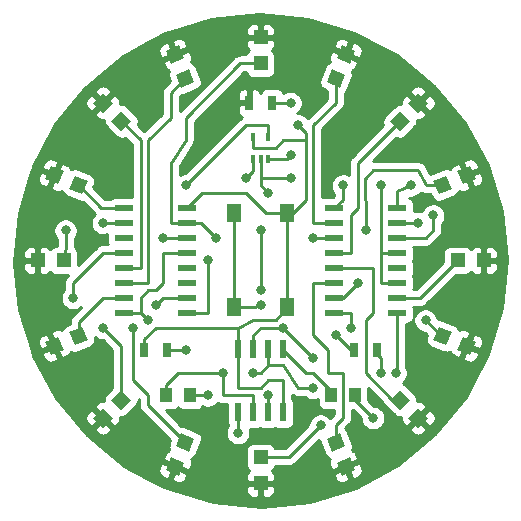
<source format=gtl>
G04 #@! TF.FileFunction,Copper,L1,Top,Signal*
%FSLAX46Y46*%
G04 Gerber Fmt 4.6, Leading zero omitted, Abs format (unit mm)*
G04 Created by KiCad (PCBNEW 4.0.7) date 06/15/18 16:22:59*
%MOMM*%
%LPD*%
G01*
G04 APERTURE LIST*
%ADD10C,0.100000*%
%ADD11R,1.500000X0.600000*%
%ADD12R,1.200000X1.200000*%
%ADD13R,0.700000X1.300000*%
%ADD14R,0.600000X1.550000*%
%ADD15R,0.400000X0.650000*%
%ADD16R,1.300000X1.550000*%
%ADD17R,1.000000X1.250000*%
%ADD18C,0.800000*%
%ADD19C,0.254000*%
G04 APERTURE END LIST*
D10*
D11*
X131920000Y-95885000D03*
X131920000Y-97155000D03*
X131920000Y-98425000D03*
X131920000Y-99695000D03*
X131920000Y-100965000D03*
X131920000Y-102235000D03*
X131920000Y-103505000D03*
X131920000Y-104775000D03*
X137320000Y-104775000D03*
X137320000Y-103505000D03*
X137320000Y-102235000D03*
X137320000Y-100965000D03*
X137320000Y-99695000D03*
X137320000Y-98425000D03*
X137320000Y-97155000D03*
X137320000Y-95885000D03*
D12*
X143510000Y-83650000D03*
X143510000Y-81450000D03*
D10*
G36*
X150217867Y-85703644D02*
X149109211Y-85244424D01*
X149568431Y-84135768D01*
X150677087Y-84594988D01*
X150217867Y-85703644D01*
X150217867Y-85703644D01*
G37*
G36*
X151059771Y-83671110D02*
X149951115Y-83211890D01*
X150410335Y-82103234D01*
X151518991Y-82562454D01*
X151059771Y-83671110D01*
X151059771Y-83671110D01*
G37*
G36*
X155304523Y-89384005D02*
X154455995Y-88535477D01*
X155304523Y-87686949D01*
X156153051Y-88535477D01*
X155304523Y-89384005D01*
X155304523Y-89384005D01*
G37*
G36*
X156860157Y-87828371D02*
X156011629Y-86979843D01*
X156860157Y-86131315D01*
X157708685Y-86979843D01*
X156860157Y-87828371D01*
X156860157Y-87828371D01*
G37*
G36*
X158595576Y-94730789D02*
X158136356Y-93622133D01*
X159245012Y-93162913D01*
X159704232Y-94271569D01*
X158595576Y-94730789D01*
X158595576Y-94730789D01*
G37*
G36*
X160628110Y-93888885D02*
X160168890Y-92780229D01*
X161277546Y-92321009D01*
X161736766Y-93429665D01*
X160628110Y-93888885D01*
X160628110Y-93888885D01*
G37*
D12*
X160190000Y-100330000D03*
X162390000Y-100330000D03*
D10*
G36*
X158136356Y-107037867D02*
X158595576Y-105929211D01*
X159704232Y-106388431D01*
X159245012Y-107497087D01*
X158136356Y-107037867D01*
X158136356Y-107037867D01*
G37*
G36*
X160168890Y-107879771D02*
X160628110Y-106771115D01*
X161736766Y-107230335D01*
X161277546Y-108338991D01*
X160168890Y-107879771D01*
X160168890Y-107879771D01*
G37*
G36*
X154455995Y-112124523D02*
X155304523Y-111275995D01*
X156153051Y-112124523D01*
X155304523Y-112973051D01*
X154455995Y-112124523D01*
X154455995Y-112124523D01*
G37*
G36*
X156011629Y-113680157D02*
X156860157Y-112831629D01*
X157708685Y-113680157D01*
X156860157Y-114528685D01*
X156011629Y-113680157D01*
X156011629Y-113680157D01*
G37*
G36*
X149109211Y-115415576D02*
X150217867Y-114956356D01*
X150677087Y-116065012D01*
X149568431Y-116524232D01*
X149109211Y-115415576D01*
X149109211Y-115415576D01*
G37*
G36*
X149951115Y-117448110D02*
X151059771Y-116988890D01*
X151518991Y-118097546D01*
X150410335Y-118556766D01*
X149951115Y-117448110D01*
X149951115Y-117448110D01*
G37*
D12*
X143510000Y-117010000D03*
X143510000Y-119210000D03*
D10*
G36*
X136802133Y-114956356D02*
X137910789Y-115415576D01*
X137451569Y-116524232D01*
X136342913Y-116065012D01*
X136802133Y-114956356D01*
X136802133Y-114956356D01*
G37*
G36*
X135960229Y-116988890D02*
X137068885Y-117448110D01*
X136609665Y-118556766D01*
X135501009Y-118097546D01*
X135960229Y-116988890D01*
X135960229Y-116988890D01*
G37*
G36*
X131715477Y-111275995D02*
X132564005Y-112124523D01*
X131715477Y-112973051D01*
X130866949Y-112124523D01*
X131715477Y-111275995D01*
X131715477Y-111275995D01*
G37*
G36*
X130159843Y-112831629D02*
X131008371Y-113680157D01*
X130159843Y-114528685D01*
X129311315Y-113680157D01*
X130159843Y-112831629D01*
X130159843Y-112831629D01*
G37*
G36*
X128424424Y-105929211D02*
X128883644Y-107037867D01*
X127774988Y-107497087D01*
X127315768Y-106388431D01*
X128424424Y-105929211D01*
X128424424Y-105929211D01*
G37*
G36*
X126391890Y-106771115D02*
X126851110Y-107879771D01*
X125742454Y-108338991D01*
X125283234Y-107230335D01*
X126391890Y-106771115D01*
X126391890Y-106771115D01*
G37*
D12*
X126830000Y-100330000D03*
X124630000Y-100330000D03*
D10*
G36*
X128883644Y-93622133D02*
X128424424Y-94730789D01*
X127315768Y-94271569D01*
X127774988Y-93162913D01*
X128883644Y-93622133D01*
X128883644Y-93622133D01*
G37*
G36*
X126851110Y-92780229D02*
X126391890Y-93888885D01*
X125283234Y-93429665D01*
X125742454Y-92321009D01*
X126851110Y-92780229D01*
X126851110Y-92780229D01*
G37*
G36*
X132564005Y-88535477D02*
X131715477Y-89384005D01*
X130866949Y-88535477D01*
X131715477Y-87686949D01*
X132564005Y-88535477D01*
X132564005Y-88535477D01*
G37*
G36*
X131008371Y-86979843D02*
X130159843Y-87828371D01*
X129311315Y-86979843D01*
X130159843Y-86131315D01*
X131008371Y-86979843D01*
X131008371Y-86979843D01*
G37*
G36*
X137910789Y-85244424D02*
X136802133Y-85703644D01*
X136342913Y-84594988D01*
X137451569Y-84135768D01*
X137910789Y-85244424D01*
X137910789Y-85244424D01*
G37*
G36*
X137068885Y-83211890D02*
X135960229Y-83671110D01*
X135501009Y-82562454D01*
X136609665Y-82103234D01*
X137068885Y-83211890D01*
X137068885Y-83211890D01*
G37*
D13*
X142560000Y-86995000D03*
X144460000Y-86995000D03*
D14*
X141605000Y-113190000D03*
X142875000Y-113190000D03*
X144145000Y-113190000D03*
X145415000Y-113190000D03*
X145415000Y-107790000D03*
X144145000Y-107790000D03*
X142875000Y-107790000D03*
X141605000Y-107790000D03*
D15*
X142860000Y-91755000D03*
X144160000Y-91755000D03*
X143510000Y-91755000D03*
X144160000Y-89855000D03*
X142860000Y-89855000D03*
D11*
X149700000Y-95885000D03*
X149700000Y-97155000D03*
X149700000Y-98425000D03*
X149700000Y-99695000D03*
X149700000Y-100965000D03*
X149700000Y-102235000D03*
X149700000Y-103505000D03*
X149700000Y-104775000D03*
X155100000Y-104775000D03*
X155100000Y-103505000D03*
X155100000Y-102235000D03*
X155100000Y-100965000D03*
X155100000Y-99695000D03*
X155100000Y-98425000D03*
X155100000Y-97155000D03*
X155100000Y-95885000D03*
D16*
X145760000Y-104310000D03*
X141260000Y-104310000D03*
X141260000Y-96350000D03*
X145760000Y-96350000D03*
D17*
X135525000Y-111760000D03*
X137525000Y-111760000D03*
X149495000Y-111760000D03*
X151495000Y-111760000D03*
D13*
X133670000Y-107950000D03*
X135570000Y-107950000D03*
X151450000Y-107950000D03*
X153350000Y-107950000D03*
D18*
X146685000Y-88900000D03*
X156210000Y-93980000D03*
X151130000Y-106045000D03*
X153035000Y-113665000D03*
X139065000Y-111760000D03*
X141605000Y-114935000D03*
X133985000Y-105410000D03*
X146050000Y-91440000D03*
X146050000Y-86995000D03*
X147955000Y-98425000D03*
X139700000Y-98425000D03*
X152400000Y-97790000D03*
X151765000Y-102235000D03*
X157480000Y-105410000D03*
X150495000Y-93980000D03*
X148590000Y-114300000D03*
X154940000Y-109855000D03*
X132715000Y-106045000D03*
X130175000Y-97155000D03*
X130175000Y-106045000D03*
X127635000Y-103505000D03*
X127000000Y-97790000D03*
X134620000Y-104140000D03*
X146050000Y-93345000D03*
X158115000Y-96520000D03*
X144145000Y-111760000D03*
X143510000Y-102870000D03*
X143510000Y-97790000D03*
X144145000Y-94615000D03*
X142240000Y-93345000D03*
X153670000Y-93980000D03*
X135255000Y-98425000D03*
X137160000Y-93980000D03*
X156845000Y-97155000D03*
X139065000Y-100330000D03*
X143510000Y-104140000D03*
X153670000Y-109855000D03*
X147955000Y-111125000D03*
X140335000Y-109855000D03*
X142875000Y-109855000D03*
X149860000Y-106680000D03*
X147955000Y-108585000D03*
X137160000Y-107950000D03*
X145415000Y-106045000D03*
D19*
X155100000Y-95885000D02*
X155100000Y-94455000D01*
X147320000Y-89535000D02*
X147320000Y-90170000D01*
X146685000Y-88900000D02*
X147320000Y-89535000D01*
X155100000Y-94455000D02*
X156210000Y-93980000D01*
X144145000Y-110490000D02*
X143510000Y-111125000D01*
X145415000Y-111760000D02*
X145415000Y-110490000D01*
X142875000Y-111125000D02*
X141605000Y-111125000D01*
X145415000Y-110490000D02*
X144145000Y-110490000D01*
X141605000Y-111125000D02*
X141605000Y-107790000D01*
X143510000Y-111125000D02*
X142875000Y-111125000D01*
X133670000Y-107950000D02*
X133670000Y-106995000D01*
X134620000Y-106045000D02*
X141605000Y-106045000D01*
X133670000Y-106995000D02*
X134620000Y-106045000D01*
X145415000Y-113190000D02*
X145415000Y-111760000D01*
X145415000Y-111760000D02*
X145415000Y-111760000D01*
X142860000Y-89855000D02*
X142860000Y-90790000D01*
X147320000Y-95250000D02*
X146220000Y-96350000D01*
X147320000Y-90170000D02*
X147320000Y-92075000D01*
X147320000Y-92075000D02*
X147320000Y-95250000D01*
X145415000Y-90170000D02*
X147320000Y-90170000D01*
X144780000Y-90805000D02*
X145415000Y-90170000D01*
X142875000Y-90805000D02*
X144780000Y-90805000D01*
X142860000Y-90790000D02*
X142875000Y-90805000D01*
X146220000Y-96350000D02*
X145760000Y-96350000D01*
X145760000Y-96350000D02*
X146220000Y-96350000D01*
X145760000Y-96350000D02*
X143975000Y-96350000D01*
X138590000Y-94615000D02*
X137320000Y-95885000D01*
X142240000Y-94615000D02*
X138590000Y-94615000D01*
X143975000Y-96350000D02*
X143510000Y-95885000D01*
X143510000Y-95885000D02*
X142240000Y-94615000D01*
X145760000Y-96350000D02*
X145760000Y-104310000D01*
X145760000Y-104310000D02*
X144780000Y-105410000D01*
X144780000Y-105410000D02*
X142875000Y-105410000D01*
X142875000Y-105410000D02*
X141605000Y-106045000D01*
X141605000Y-106045000D02*
X141605000Y-107790000D01*
X149700000Y-104775000D02*
X151130000Y-104775000D01*
X151130000Y-104775000D02*
X151130000Y-106045000D01*
X151495000Y-111760000D02*
X151495000Y-112125000D01*
X151495000Y-112125000D02*
X153035000Y-113665000D01*
X137525000Y-111760000D02*
X139065000Y-111760000D01*
X141605000Y-113190000D02*
X141605000Y-114935000D01*
X131920000Y-104775000D02*
X133350000Y-104775000D01*
X133350000Y-104775000D02*
X133350000Y-103505000D01*
X135255000Y-99695000D02*
X137320000Y-99695000D01*
X135255000Y-102235000D02*
X135255000Y-99695000D01*
X134620000Y-102870000D02*
X135255000Y-102235000D01*
X133985000Y-102870000D02*
X134620000Y-102870000D01*
X133350000Y-103505000D02*
X133985000Y-102870000D01*
X133350000Y-104775000D02*
X133985000Y-105410000D01*
X144160000Y-91755000D02*
X145735000Y-91755000D01*
X145735000Y-91755000D02*
X146050000Y-91440000D01*
X144460000Y-86995000D02*
X145415000Y-86995000D01*
X145415000Y-86995000D02*
X146050000Y-86995000D01*
X137320000Y-97155000D02*
X138430000Y-97155000D01*
X147955000Y-98425000D02*
X149700000Y-98425000D01*
X138430000Y-97155000D02*
X139700000Y-98425000D01*
X137320000Y-97155000D02*
X135890000Y-97155000D01*
X141775000Y-83650000D02*
X143510000Y-83650000D01*
X137160000Y-88265000D02*
X141775000Y-83650000D01*
X137160000Y-90170000D02*
X137160000Y-88265000D01*
X135890000Y-92075000D02*
X137160000Y-90170000D01*
X135890000Y-97155000D02*
X135890000Y-92075000D01*
X151032881Y-118110000D02*
X150735053Y-117772828D01*
X150735053Y-117772828D02*
X150735053Y-117869947D01*
X150735053Y-82887172D02*
X150735053Y-82790053D01*
X130159843Y-86979843D02*
X130190157Y-86979843D01*
X130159843Y-87010157D02*
X130159843Y-86979843D01*
X136284947Y-82887172D02*
X136284947Y-82790053D01*
X156860157Y-113680157D02*
X156829843Y-113680157D01*
X156860157Y-113680157D02*
X156860157Y-113680157D01*
X143340000Y-119380000D02*
X143510000Y-119210000D01*
X156860157Y-86979843D02*
X156829843Y-86979843D01*
X156860157Y-87049501D02*
X156860157Y-86979843D01*
X136284947Y-117772828D02*
X136284947Y-117869947D01*
X149700000Y-97155000D02*
X147955000Y-97155000D01*
X149893149Y-86961851D02*
X149893149Y-84919706D01*
X147955000Y-88900000D02*
X149893149Y-86961851D01*
X147955000Y-97155000D02*
X147955000Y-92075000D01*
X147955000Y-92075000D02*
X147955000Y-88900000D01*
X149700000Y-99695000D02*
X151130000Y-99695000D01*
X151765000Y-92710000D02*
X151765000Y-92075000D01*
X151765000Y-92075000D02*
X155304523Y-88535477D01*
X151130000Y-99695000D02*
X151130000Y-96520000D01*
X151130000Y-96520000D02*
X151765000Y-95885000D01*
X151765000Y-95885000D02*
X151765000Y-92710000D01*
X149700000Y-103505000D02*
X150495000Y-103505000D01*
X152400000Y-93345000D02*
X153035000Y-92676851D01*
X153035000Y-92676851D02*
X156845000Y-92676851D01*
X156845000Y-92676851D02*
X157480000Y-93946851D01*
X157480000Y-93946851D02*
X158920294Y-93946851D01*
X152366851Y-93378149D02*
X152400000Y-93345000D01*
X152400000Y-97155000D02*
X152366851Y-93378149D01*
X152400000Y-97790000D02*
X152400000Y-97155000D01*
X150495000Y-103505000D02*
X151765000Y-102235000D01*
X155100000Y-103505000D02*
X157015000Y-103505000D01*
X157015000Y-103505000D02*
X160190000Y-100330000D01*
X150495000Y-93980000D02*
X150495000Y-95250000D01*
X149700000Y-95885000D02*
X150495000Y-95250000D01*
X157480000Y-105410000D02*
X158783149Y-106713149D01*
X158783149Y-106713149D02*
X158920294Y-106713149D01*
X149700000Y-100965000D02*
X153035000Y-100965000D01*
X152400000Y-109855000D02*
X154669523Y-112124523D01*
X153035000Y-100965000D02*
X153035000Y-104775000D01*
X153035000Y-104775000D02*
X152400000Y-105410000D01*
X152400000Y-105410000D02*
X152400000Y-109855000D01*
X154669523Y-112124523D02*
X155304523Y-112124523D01*
X149700000Y-102235000D02*
X147955000Y-102235000D01*
X149893149Y-114266851D02*
X149893149Y-115740294D01*
X150495000Y-113665000D02*
X149893149Y-114266851D01*
X150495000Y-109855000D02*
X150495000Y-113665000D01*
X149225000Y-109855000D02*
X150495000Y-109855000D01*
X149225000Y-107950000D02*
X149225000Y-109855000D01*
X147955000Y-106680000D02*
X149225000Y-107950000D01*
X147955000Y-102235000D02*
X147955000Y-106680000D01*
X149893149Y-115536851D02*
X149893149Y-115740294D01*
X155100000Y-104775000D02*
X155100000Y-109695000D01*
X145880000Y-117010000D02*
X143510000Y-117010000D01*
X148590000Y-114300000D02*
X145880000Y-117010000D01*
X155100000Y-109695000D02*
X154940000Y-109855000D01*
X143340000Y-116840000D02*
X143510000Y-117010000D01*
X131920000Y-97155000D02*
X130175000Y-97155000D01*
X133985000Y-112598443D02*
X137126851Y-115740294D01*
X133985000Y-111760000D02*
X133985000Y-112598443D01*
X132715000Y-110490000D02*
X133985000Y-111760000D01*
X132715000Y-106045000D02*
X132715000Y-110490000D01*
X137320000Y-115547145D02*
X137126851Y-115740294D01*
X131920000Y-99695000D02*
X130175000Y-99695000D01*
X131715477Y-107585477D02*
X131715477Y-112124523D01*
X130175000Y-106045000D02*
X131715477Y-107585477D01*
X127635000Y-102235000D02*
X127635000Y-103505000D01*
X130175000Y-99695000D02*
X127635000Y-102235000D01*
X131920000Y-103505000D02*
X130175000Y-103505000D01*
X128099706Y-105580294D02*
X128099706Y-106713149D01*
X130175000Y-103505000D02*
X128099706Y-105580294D01*
X137320000Y-103505000D02*
X135255000Y-103505000D01*
X135255000Y-103505000D02*
X134620000Y-104140000D01*
X127000000Y-97790000D02*
X127000000Y-99292702D01*
X127000000Y-99292702D02*
X127000000Y-99292702D01*
X127000000Y-99292702D02*
X127000000Y-99292702D01*
X127000000Y-99292702D02*
X126830000Y-99865000D01*
X126830000Y-99865000D02*
X126830000Y-100330000D01*
X131920000Y-95885000D02*
X130037855Y-95885000D01*
X130037855Y-95885000D02*
X128099706Y-93946851D01*
X131920000Y-100965000D02*
X133350000Y-100965000D01*
X133350000Y-90170000D02*
X131715477Y-88535477D01*
X133350000Y-100965000D02*
X133350000Y-90170000D01*
X131920000Y-102235000D02*
X133985000Y-102235000D01*
X135890000Y-86156557D02*
X137126851Y-84919706D01*
X135890000Y-88265000D02*
X135890000Y-86156557D01*
X133985000Y-90170000D02*
X135890000Y-88265000D01*
X133985000Y-102235000D02*
X133985000Y-90170000D01*
X155100000Y-98425000D02*
X157480000Y-98425000D01*
X146050000Y-93345000D02*
X143510000Y-93345000D01*
X158115000Y-97790000D02*
X158115000Y-96520000D01*
X157480000Y-98425000D02*
X158115000Y-97790000D01*
X143510000Y-91755000D02*
X143510000Y-93345000D01*
X143510000Y-93345000D02*
X143510000Y-93980000D01*
X144145000Y-111760000D02*
X144145000Y-113190000D01*
X144145000Y-111760000D02*
X144145000Y-111760000D01*
X143510000Y-97790000D02*
X143510000Y-102870000D01*
X143510000Y-93980000D02*
X144145000Y-94615000D01*
X153670000Y-99695000D02*
X153670000Y-99060000D01*
X142860000Y-92725000D02*
X142860000Y-91755000D01*
X142240000Y-93345000D02*
X142860000Y-92725000D01*
X153670000Y-99060000D02*
X153670000Y-96520000D01*
X153670000Y-96520000D02*
X153670000Y-93980000D01*
X155100000Y-102235000D02*
X153670000Y-102235000D01*
X153670000Y-99695000D02*
X155100000Y-99695000D01*
X153670000Y-102235000D02*
X153670000Y-99695000D01*
X144160000Y-89855000D02*
X144160000Y-88915000D01*
X135255000Y-98425000D02*
X137320000Y-98425000D01*
X142240000Y-88900000D02*
X137160000Y-93980000D01*
X144145000Y-88900000D02*
X142240000Y-88900000D01*
X144160000Y-88915000D02*
X144145000Y-88900000D01*
X137320000Y-104775000D02*
X139065000Y-104775000D01*
X156845000Y-97155000D02*
X155100000Y-97155000D01*
X139065000Y-104775000D02*
X139065000Y-100330000D01*
X143045000Y-104310000D02*
X141260000Y-104310000D01*
X143510000Y-104140000D02*
X143045000Y-104310000D01*
X141260000Y-96350000D02*
X141260000Y-104310000D01*
X141260000Y-104310000D02*
X141430000Y-104140000D01*
X144145000Y-109220000D02*
X145415000Y-109220000D01*
X145415000Y-109220000D02*
X146685000Y-111125000D01*
X146685000Y-111125000D02*
X146685000Y-111125000D01*
X153670000Y-109855000D02*
X153670000Y-108585000D01*
X146685000Y-111125000D02*
X147955000Y-111125000D01*
X153670000Y-108585000D02*
X153350000Y-108265000D01*
X153350000Y-108265000D02*
X153350000Y-107950000D01*
X142875000Y-113190000D02*
X142875000Y-111760000D01*
X140335000Y-111760000D02*
X140335000Y-109855000D01*
X142875000Y-111760000D02*
X140335000Y-111760000D01*
X144145000Y-107790000D02*
X144145000Y-109220000D01*
X135525000Y-110855000D02*
X135525000Y-111760000D01*
X136525000Y-109855000D02*
X135525000Y-110855000D01*
X140335000Y-109855000D02*
X136525000Y-109855000D01*
X143510000Y-109855000D02*
X142875000Y-109855000D01*
X144145000Y-109220000D02*
X143510000Y-109855000D01*
X145415000Y-107790000D02*
X145415000Y-107950000D01*
X145415000Y-107950000D02*
X147320000Y-109855000D01*
X147320000Y-109855000D02*
X147955000Y-109855000D01*
X147955000Y-109855000D02*
X149495000Y-111395000D01*
X149495000Y-111395000D02*
X149495000Y-111760000D01*
X145415000Y-106045000D02*
X147955000Y-108585000D01*
X149860000Y-106680000D02*
X151130000Y-107950000D01*
X151130000Y-107950000D02*
X151450000Y-107950000D01*
X142875000Y-107790000D02*
X142875000Y-106680000D01*
X137160000Y-107950000D02*
X135570000Y-107950000D01*
X143510000Y-106045000D02*
X145415000Y-106045000D01*
X142875000Y-106680000D02*
X143510000Y-106045000D01*
G36*
X147564949Y-79850995D02*
X151465451Y-81028627D01*
X155062931Y-82941440D01*
X158220366Y-85516582D01*
X160817482Y-88655956D01*
X162755363Y-92239993D01*
X163960195Y-96132173D01*
X164389604Y-100217721D01*
X164389879Y-100296519D01*
X163989005Y-104384949D01*
X162811372Y-108285454D01*
X160898560Y-111882931D01*
X158323418Y-115040366D01*
X155184044Y-117637482D01*
X151600010Y-119575362D01*
X147707822Y-120780196D01*
X143622279Y-121209604D01*
X143543481Y-121209879D01*
X139455051Y-120809005D01*
X135554546Y-119631372D01*
X135299479Y-119495750D01*
X142275000Y-119495750D01*
X142275000Y-119872542D01*
X142299403Y-119995223D01*
X142347270Y-120110785D01*
X142416763Y-120214789D01*
X142505211Y-120303237D01*
X142609215Y-120372730D01*
X142724777Y-120420597D01*
X142847458Y-120445000D01*
X143224250Y-120445000D01*
X143383000Y-120286250D01*
X143383000Y-119337000D01*
X143637000Y-119337000D01*
X143637000Y-120286250D01*
X143795750Y-120445000D01*
X144172542Y-120445000D01*
X144295223Y-120420597D01*
X144410785Y-120372730D01*
X144514789Y-120303237D01*
X144603237Y-120214789D01*
X144672730Y-120110785D01*
X144720597Y-119995223D01*
X144745000Y-119872542D01*
X144745000Y-119495750D01*
X144586250Y-119337000D01*
X143637000Y-119337000D01*
X143383000Y-119337000D01*
X142433750Y-119337000D01*
X142275000Y-119495750D01*
X135299479Y-119495750D01*
X134020592Y-118815754D01*
X135990417Y-118815754D01*
X136076332Y-119023171D01*
X136308879Y-119119495D01*
X136424442Y-119167363D01*
X136547123Y-119191766D01*
X136672206Y-119191766D01*
X136794887Y-119167363D01*
X136910450Y-119119496D01*
X137014454Y-119050002D01*
X137102901Y-118961555D01*
X137172394Y-118857551D01*
X137316586Y-118509441D01*
X137230672Y-118302024D01*
X136353679Y-117938761D01*
X135990417Y-118815754D01*
X134020592Y-118815754D01*
X132552214Y-118035004D01*
X134866009Y-118035004D01*
X134866009Y-118160087D01*
X134890412Y-118282768D01*
X134938279Y-118398331D01*
X135007773Y-118502335D01*
X135096220Y-118590782D01*
X135200224Y-118660275D01*
X135315787Y-118708143D01*
X135548334Y-118804467D01*
X135755751Y-118718553D01*
X136119014Y-117841560D01*
X135242021Y-117478298D01*
X135034604Y-117564213D01*
X134890412Y-117912323D01*
X134866009Y-118035004D01*
X132552214Y-118035004D01*
X131957069Y-117718560D01*
X128799634Y-115143418D01*
X128292985Y-114530983D01*
X129488622Y-114530983D01*
X129488622Y-114755490D01*
X129755054Y-115021922D01*
X129859058Y-115091415D01*
X129974620Y-115139282D01*
X130097301Y-115163685D01*
X130222385Y-115163685D01*
X130345066Y-115139282D01*
X130460628Y-115091415D01*
X130564632Y-115021922D01*
X130831064Y-114755490D01*
X130831064Y-114530983D01*
X130159843Y-113859762D01*
X129488622Y-114530983D01*
X128292985Y-114530983D01*
X127537381Y-113617615D01*
X128676315Y-113617615D01*
X128676315Y-113742699D01*
X128700718Y-113865380D01*
X128748585Y-113980942D01*
X128818078Y-114084946D01*
X129084510Y-114351378D01*
X129309017Y-114351378D01*
X129980238Y-113680157D01*
X129309017Y-113008936D01*
X129084510Y-113008936D01*
X128818078Y-113275368D01*
X128748585Y-113379372D01*
X128700718Y-113494934D01*
X128676315Y-113617615D01*
X127537381Y-113617615D01*
X126202518Y-112004044D01*
X124264638Y-108420010D01*
X124224909Y-108291666D01*
X125035533Y-108291666D01*
X125131857Y-108524213D01*
X125179725Y-108639776D01*
X125249218Y-108743780D01*
X125337665Y-108832227D01*
X125441669Y-108901721D01*
X125557232Y-108949588D01*
X125679913Y-108973991D01*
X125804996Y-108973991D01*
X125927677Y-108949588D01*
X126275787Y-108805396D01*
X126361702Y-108597979D01*
X125998440Y-107720986D01*
X125121447Y-108084249D01*
X125035533Y-108291666D01*
X124224909Y-108291666D01*
X123877013Y-107167794D01*
X124648234Y-107167794D01*
X124648234Y-107292877D01*
X124672637Y-107415558D01*
X124720505Y-107531121D01*
X124816829Y-107763668D01*
X125024246Y-107849583D01*
X125901239Y-107486321D01*
X125537976Y-106609328D01*
X125330559Y-106523414D01*
X124982449Y-106667606D01*
X124878445Y-106737099D01*
X124789998Y-106825546D01*
X124720504Y-106929550D01*
X124672637Y-107045113D01*
X124648234Y-107167794D01*
X123877013Y-107167794D01*
X123059804Y-104527822D01*
X122648629Y-100615750D01*
X123395000Y-100615750D01*
X123395000Y-100992542D01*
X123419403Y-101115223D01*
X123467270Y-101230785D01*
X123536763Y-101334789D01*
X123625211Y-101423237D01*
X123729215Y-101492730D01*
X123844777Y-101540597D01*
X123967458Y-101565000D01*
X124344250Y-101565000D01*
X124503000Y-101406250D01*
X124503000Y-100457000D01*
X123553750Y-100457000D01*
X123395000Y-100615750D01*
X122648629Y-100615750D01*
X122630396Y-100442279D01*
X122630121Y-100363481D01*
X122698366Y-99667458D01*
X123395000Y-99667458D01*
X123395000Y-100044250D01*
X123553750Y-100203000D01*
X124503000Y-100203000D01*
X124503000Y-99253750D01*
X124757000Y-99253750D01*
X124757000Y-100203000D01*
X124777000Y-100203000D01*
X124777000Y-100457000D01*
X124757000Y-100457000D01*
X124757000Y-101406250D01*
X124915750Y-101565000D01*
X125292542Y-101565000D01*
X125415223Y-101540597D01*
X125530785Y-101492730D01*
X125634789Y-101423237D01*
X125723237Y-101334789D01*
X125731773Y-101322015D01*
X125751900Y-101352559D01*
X125888550Y-101469025D01*
X126052237Y-101542810D01*
X126230000Y-101568072D01*
X127224298Y-101568072D01*
X127096185Y-101696185D01*
X127051488Y-101750599D01*
X127006264Y-101804495D01*
X127004336Y-101808003D01*
X127001789Y-101811103D01*
X126968510Y-101873169D01*
X126934619Y-101934816D01*
X126933407Y-101938636D01*
X126931514Y-101942167D01*
X126910939Y-102009464D01*
X126889652Y-102076571D01*
X126889205Y-102080554D01*
X126888034Y-102084385D01*
X126880925Y-102154373D01*
X126873074Y-102224361D01*
X126873019Y-102232197D01*
X126873005Y-102232340D01*
X126873018Y-102232473D01*
X126873000Y-102235000D01*
X126873000Y-102802523D01*
X126838308Y-102836496D01*
X126723634Y-103003972D01*
X126643674Y-103190533D01*
X126601473Y-103389071D01*
X126598639Y-103592026D01*
X126635280Y-103791665D01*
X126710000Y-103980386D01*
X126819953Y-104150999D01*
X126960950Y-104297006D01*
X127127622Y-104412846D01*
X127313620Y-104494106D01*
X127511859Y-104537692D01*
X127714788Y-104541943D01*
X127914679Y-104506697D01*
X128103916Y-104433296D01*
X128275293Y-104324537D01*
X128328522Y-104273848D01*
X127560891Y-105041479D01*
X127516194Y-105095893D01*
X127470970Y-105149789D01*
X127469042Y-105153297D01*
X127466495Y-105156397D01*
X127433216Y-105218463D01*
X127399325Y-105280110D01*
X127398113Y-105283930D01*
X127396220Y-105287461D01*
X127375645Y-105354758D01*
X127354358Y-105421865D01*
X127353911Y-105425848D01*
X127352740Y-105429679D01*
X127345631Y-105499667D01*
X127337780Y-105569655D01*
X127337725Y-105577491D01*
X127337711Y-105577634D01*
X127337724Y-105577767D01*
X127337706Y-105580294D01*
X127337706Y-105688700D01*
X127071589Y-105798929D01*
X126981250Y-105845077D01*
X126843119Y-105959783D01*
X126742413Y-106108430D01*
X126706960Y-106217930D01*
X126692675Y-106208385D01*
X126577112Y-106160518D01*
X126454431Y-106136115D01*
X126329348Y-106136115D01*
X126206667Y-106160518D01*
X125858557Y-106304710D01*
X125772642Y-106512127D01*
X126135904Y-107389120D01*
X126154382Y-107381466D01*
X126251583Y-107616131D01*
X126233105Y-107623785D01*
X126596368Y-108500778D01*
X126803785Y-108586692D01*
X127151895Y-108442500D01*
X127255899Y-108373007D01*
X127344346Y-108284560D01*
X127413840Y-108180556D01*
X127461707Y-108064993D01*
X127464704Y-108049926D01*
X127494987Y-108070442D01*
X127665805Y-108125748D01*
X127845269Y-108131277D01*
X128019167Y-108086589D01*
X129127823Y-107627369D01*
X129218162Y-107581221D01*
X129356293Y-107466515D01*
X129456999Y-107317868D01*
X129512305Y-107147050D01*
X129517834Y-106967586D01*
X129478232Y-106813481D01*
X129500950Y-106837006D01*
X129667622Y-106952846D01*
X129853620Y-107034106D01*
X130051859Y-107077692D01*
X130131735Y-107079365D01*
X130953477Y-107901108D01*
X130953477Y-111135625D01*
X130415764Y-111673338D01*
X130349962Y-111750544D01*
X130266242Y-111909379D01*
X130230087Y-112085249D01*
X130239236Y-112199981D01*
X130222385Y-112196629D01*
X130097301Y-112196629D01*
X129974620Y-112221032D01*
X129859058Y-112268899D01*
X129755054Y-112338392D01*
X129488622Y-112604824D01*
X129488622Y-112829331D01*
X130159843Y-113500552D01*
X130173986Y-113486410D01*
X130353591Y-113666015D01*
X130339448Y-113680157D01*
X131010669Y-114351378D01*
X131235176Y-114351378D01*
X131501608Y-114084946D01*
X131571101Y-113980942D01*
X131618968Y-113865380D01*
X131643371Y-113742699D01*
X131643371Y-113617615D01*
X131640374Y-113602547D01*
X131676203Y-113609913D01*
X131855184Y-113595641D01*
X132023102Y-113532070D01*
X132166662Y-113424236D01*
X133015190Y-112575708D01*
X133080992Y-112498502D01*
X133164712Y-112339667D01*
X133200867Y-112163797D01*
X133191310Y-112043940D01*
X133223000Y-112075631D01*
X133223000Y-112598443D01*
X133229875Y-112668557D01*
X133236004Y-112738613D01*
X133237120Y-112742456D01*
X133237512Y-112746450D01*
X133257877Y-112813903D01*
X133277494Y-112881425D01*
X133279337Y-112884981D01*
X133280496Y-112888819D01*
X133313556Y-112950996D01*
X133345933Y-113013457D01*
X133348432Y-113016587D01*
X133350314Y-113020127D01*
X133394801Y-113074674D01*
X133438714Y-113129683D01*
X133444212Y-113135258D01*
X133444307Y-113135374D01*
X133444415Y-113135463D01*
X133446185Y-113137258D01*
X135863641Y-115554715D01*
X135753411Y-115820833D01*
X135722164Y-115917342D01*
X135705600Y-116096125D01*
X135739500Y-116272445D01*
X135791858Y-116374941D01*
X135775007Y-116378293D01*
X135659444Y-116426160D01*
X135555440Y-116495654D01*
X135466993Y-116584101D01*
X135397500Y-116688105D01*
X135253308Y-117036215D01*
X135339222Y-117243632D01*
X136216215Y-117606895D01*
X136223869Y-117588417D01*
X136458534Y-117685618D01*
X136450880Y-117704096D01*
X137327873Y-118067358D01*
X137535290Y-117981443D01*
X137679482Y-117633333D01*
X137703885Y-117510652D01*
X137703885Y-117385569D01*
X137679482Y-117262888D01*
X137631615Y-117147325D01*
X137623080Y-117134552D01*
X137659002Y-117127645D01*
X137818896Y-117045966D01*
X137949705Y-116922975D01*
X138041071Y-116768411D01*
X138500291Y-115659755D01*
X138531538Y-115563246D01*
X138548102Y-115384463D01*
X138514202Y-115208143D01*
X138432523Y-115048249D01*
X138309532Y-114917440D01*
X138154968Y-114826074D01*
X137046312Y-114366854D01*
X136949803Y-114335607D01*
X136784478Y-114320290D01*
X135487259Y-113023072D01*
X136025000Y-113023072D01*
X136126121Y-113015008D01*
X136297634Y-112961894D01*
X136447559Y-112863100D01*
X136524225Y-112773148D01*
X136546900Y-112807559D01*
X136683550Y-112924025D01*
X136847237Y-112997810D01*
X137025000Y-113023072D01*
X138025000Y-113023072D01*
X138126121Y-113015008D01*
X138297634Y-112961894D01*
X138447559Y-112863100D01*
X138564025Y-112726450D01*
X138585042Y-112679825D01*
X138743620Y-112749106D01*
X138941859Y-112792692D01*
X139144788Y-112796943D01*
X139344679Y-112761697D01*
X139533916Y-112688296D01*
X139705293Y-112579537D01*
X139852281Y-112439563D01*
X139894218Y-112380113D01*
X139904495Y-112388736D01*
X139906834Y-112390022D01*
X139908895Y-112391727D01*
X139972036Y-112425867D01*
X140034816Y-112460381D01*
X140037361Y-112461188D01*
X140039713Y-112462460D01*
X140108238Y-112483672D01*
X140176571Y-112505348D01*
X140179226Y-112505646D01*
X140181779Y-112506436D01*
X140253053Y-112513927D01*
X140324361Y-112521926D01*
X140329497Y-112521962D01*
X140329680Y-112521981D01*
X140329864Y-112521964D01*
X140335000Y-112522000D01*
X140666928Y-112522000D01*
X140666928Y-113965000D01*
X140674992Y-114066121D01*
X140728106Y-114237634D01*
X140777130Y-114312030D01*
X140693634Y-114433972D01*
X140613674Y-114620533D01*
X140571473Y-114819071D01*
X140568639Y-115022026D01*
X140605280Y-115221665D01*
X140680000Y-115410386D01*
X140789953Y-115580999D01*
X140930950Y-115727006D01*
X141097622Y-115842846D01*
X141283620Y-115924106D01*
X141481859Y-115967692D01*
X141684788Y-115971943D01*
X141884679Y-115936697D01*
X142073916Y-115863296D01*
X142245293Y-115754537D01*
X142392281Y-115614563D01*
X142509282Y-115448703D01*
X142591839Y-115263278D01*
X142636807Y-115065348D01*
X142640044Y-114833513D01*
X142600620Y-114634405D01*
X142587706Y-114603072D01*
X143175000Y-114603072D01*
X143276121Y-114595008D01*
X143447634Y-114541894D01*
X143504472Y-114504440D01*
X143667237Y-114577810D01*
X143845000Y-114603072D01*
X144445000Y-114603072D01*
X144546121Y-114595008D01*
X144717634Y-114541894D01*
X144774472Y-114504440D01*
X144937237Y-114577810D01*
X145115000Y-114603072D01*
X145715000Y-114603072D01*
X145816121Y-114595008D01*
X145987634Y-114541894D01*
X146137559Y-114443100D01*
X146254025Y-114306450D01*
X146327810Y-114142763D01*
X146353072Y-113965000D01*
X146353072Y-112415000D01*
X146345008Y-112313879D01*
X146291894Y-112142366D01*
X146193100Y-111992441D01*
X146177000Y-111978719D01*
X146177000Y-111689044D01*
X146200061Y-111708061D01*
X146254495Y-111753736D01*
X146257362Y-111755312D01*
X146259889Y-111757396D01*
X146322535Y-111791142D01*
X146384816Y-111825381D01*
X146387934Y-111826370D01*
X146390817Y-111827923D01*
X146458808Y-111848852D01*
X146526571Y-111870348D01*
X146529823Y-111870713D01*
X146532952Y-111871676D01*
X146603691Y-111878999D01*
X146674361Y-111886926D01*
X146680695Y-111886970D01*
X146680878Y-111886989D01*
X146681056Y-111886973D01*
X146685000Y-111887000D01*
X147251974Y-111887000D01*
X147280950Y-111917006D01*
X147447622Y-112032846D01*
X147633620Y-112114106D01*
X147831859Y-112157692D01*
X148034788Y-112161943D01*
X148234679Y-112126697D01*
X148356928Y-112079279D01*
X148356928Y-112385000D01*
X148364992Y-112486121D01*
X148418106Y-112657634D01*
X148516900Y-112807559D01*
X148653550Y-112924025D01*
X148817237Y-112997810D01*
X148995000Y-113023072D01*
X149733000Y-113023072D01*
X149733000Y-113349370D01*
X149413407Y-113668963D01*
X149395948Y-113642684D01*
X149252926Y-113498660D01*
X149084653Y-113385158D01*
X148897539Y-113306503D01*
X148698710Y-113265689D01*
X148495741Y-113264272D01*
X148296363Y-113302306D01*
X148108168Y-113378341D01*
X147938327Y-113489482D01*
X147793308Y-113631496D01*
X147678634Y-113798972D01*
X147598674Y-113985533D01*
X147556473Y-114184071D01*
X147555456Y-114256913D01*
X145564370Y-116248000D01*
X144721155Y-116248000D01*
X144686894Y-116137366D01*
X144588100Y-115987441D01*
X144451450Y-115870975D01*
X144287763Y-115797190D01*
X144110000Y-115771928D01*
X142910000Y-115771928D01*
X142808879Y-115779992D01*
X142637366Y-115833106D01*
X142487441Y-115931900D01*
X142370975Y-116068550D01*
X142297190Y-116232237D01*
X142271928Y-116410000D01*
X142271928Y-117610000D01*
X142279992Y-117711121D01*
X142333106Y-117882634D01*
X142431900Y-118032559D01*
X142519497Y-118107217D01*
X142505211Y-118116763D01*
X142416763Y-118205211D01*
X142347270Y-118309215D01*
X142299403Y-118424777D01*
X142275000Y-118547458D01*
X142275000Y-118924250D01*
X142433750Y-119083000D01*
X143383000Y-119083000D01*
X143383000Y-119063000D01*
X143637000Y-119063000D01*
X143637000Y-119083000D01*
X144586250Y-119083000D01*
X144745000Y-118924250D01*
X144745000Y-118547458D01*
X144737438Y-118509441D01*
X149703414Y-118509441D01*
X149847606Y-118857551D01*
X149917099Y-118961555D01*
X150005546Y-119050002D01*
X150109550Y-119119496D01*
X150225113Y-119167363D01*
X150347794Y-119191766D01*
X150472877Y-119191766D01*
X150595558Y-119167363D01*
X150711121Y-119119495D01*
X150943668Y-119023171D01*
X151029583Y-118815754D01*
X150666321Y-117938761D01*
X149789328Y-118302024D01*
X149703414Y-118509441D01*
X144737438Y-118509441D01*
X144720597Y-118424777D01*
X144672730Y-118309215D01*
X144603237Y-118205211D01*
X144514789Y-118116763D01*
X144502015Y-118108227D01*
X144532559Y-118088100D01*
X144649025Y-117951450D01*
X144722810Y-117787763D01*
X144725050Y-117772000D01*
X145880000Y-117772000D01*
X145950114Y-117765125D01*
X146020170Y-117758996D01*
X146024013Y-117757880D01*
X146028007Y-117757488D01*
X146095460Y-117737123D01*
X146162982Y-117717506D01*
X146166538Y-117715663D01*
X146170376Y-117714504D01*
X146232553Y-117681444D01*
X146295014Y-117649067D01*
X146298144Y-117646568D01*
X146301684Y-117644686D01*
X146356231Y-117600199D01*
X146411240Y-117556286D01*
X146416815Y-117550788D01*
X146416931Y-117550693D01*
X146417020Y-117550585D01*
X146418815Y-117548815D01*
X148476402Y-115491229D01*
X148519709Y-115659755D01*
X148978929Y-116768411D01*
X149025077Y-116858750D01*
X149139783Y-116996881D01*
X149288430Y-117097587D01*
X149397930Y-117133040D01*
X149388385Y-117147325D01*
X149340518Y-117262888D01*
X149316115Y-117385569D01*
X149316115Y-117510652D01*
X149340518Y-117633333D01*
X149484710Y-117981443D01*
X149692127Y-118067358D01*
X150237252Y-117841560D01*
X150900986Y-117841560D01*
X151264249Y-118718553D01*
X151471666Y-118804467D01*
X151704213Y-118708143D01*
X151819776Y-118660275D01*
X151923780Y-118590782D01*
X152012227Y-118502335D01*
X152081721Y-118398331D01*
X152129588Y-118282768D01*
X152153991Y-118160087D01*
X152153991Y-118035004D01*
X152129588Y-117912323D01*
X151985396Y-117564213D01*
X151777979Y-117478298D01*
X150900986Y-117841560D01*
X150237252Y-117841560D01*
X150569120Y-117704096D01*
X150561466Y-117685618D01*
X150796131Y-117588417D01*
X150803785Y-117606895D01*
X151680778Y-117243632D01*
X151766692Y-117036215D01*
X151622500Y-116688105D01*
X151553007Y-116584101D01*
X151464560Y-116495654D01*
X151360556Y-116426160D01*
X151244993Y-116378293D01*
X151229926Y-116375296D01*
X151250442Y-116345013D01*
X151305748Y-116174195D01*
X151311277Y-115994731D01*
X151266589Y-115820833D01*
X150807369Y-114712177D01*
X150761221Y-114621838D01*
X150695243Y-114542387D01*
X151033815Y-114203815D01*
X151078512Y-114149401D01*
X151123736Y-114095505D01*
X151125664Y-114091997D01*
X151128211Y-114088897D01*
X151161509Y-114026796D01*
X151195381Y-113965184D01*
X151196591Y-113961368D01*
X151198487Y-113957833D01*
X151219075Y-113890490D01*
X151240348Y-113823429D01*
X151240795Y-113819446D01*
X151241966Y-113815615D01*
X151249075Y-113745627D01*
X151256926Y-113675639D01*
X151256981Y-113667803D01*
X151256995Y-113667660D01*
X151256982Y-113667527D01*
X151257000Y-113665000D01*
X151257000Y-113023072D01*
X151315442Y-113023072D01*
X151999269Y-113706899D01*
X151998639Y-113752026D01*
X152035280Y-113951665D01*
X152110000Y-114140386D01*
X152219953Y-114310999D01*
X152360950Y-114457006D01*
X152527622Y-114572846D01*
X152713620Y-114654106D01*
X152911859Y-114697692D01*
X153114788Y-114701943D01*
X153314679Y-114666697D01*
X153503916Y-114593296D01*
X153602105Y-114530983D01*
X156188936Y-114530983D01*
X156188936Y-114755490D01*
X156455368Y-115021922D01*
X156559372Y-115091415D01*
X156674934Y-115139282D01*
X156797615Y-115163685D01*
X156922699Y-115163685D01*
X157045380Y-115139282D01*
X157160942Y-115091415D01*
X157264946Y-115021922D01*
X157531378Y-114755490D01*
X157531378Y-114530983D01*
X156860157Y-113859762D01*
X156188936Y-114530983D01*
X153602105Y-114530983D01*
X153675293Y-114484537D01*
X153822281Y-114344563D01*
X153939282Y-114178703D01*
X154021839Y-113993278D01*
X154066807Y-113795348D01*
X154070044Y-113563513D01*
X154030620Y-113364405D01*
X153953273Y-113176746D01*
X153840948Y-113007684D01*
X153697926Y-112863660D01*
X153529653Y-112750158D01*
X153342539Y-112671503D01*
X153143710Y-112630689D01*
X153077859Y-112630229D01*
X152633072Y-112185442D01*
X152633072Y-111165702D01*
X153895428Y-112428059D01*
X153896976Y-112432148D01*
X154004810Y-112575708D01*
X154853338Y-113424236D01*
X154930544Y-113490038D01*
X155089379Y-113573758D01*
X155265249Y-113609913D01*
X155379981Y-113600764D01*
X155376629Y-113617615D01*
X155376629Y-113742699D01*
X155401032Y-113865380D01*
X155448899Y-113980942D01*
X155518392Y-114084946D01*
X155784824Y-114351378D01*
X156009331Y-114351378D01*
X156680552Y-113680157D01*
X157039762Y-113680157D01*
X157710983Y-114351378D01*
X157935490Y-114351378D01*
X158201922Y-114084946D01*
X158271415Y-113980942D01*
X158319282Y-113865380D01*
X158343685Y-113742699D01*
X158343685Y-113617615D01*
X158319282Y-113494934D01*
X158271415Y-113379372D01*
X158201922Y-113275368D01*
X157935490Y-113008936D01*
X157710983Y-113008936D01*
X157039762Y-113680157D01*
X156680552Y-113680157D01*
X156666410Y-113666015D01*
X156846015Y-113486410D01*
X156860157Y-113500552D01*
X157531378Y-112829331D01*
X157531378Y-112604824D01*
X157264946Y-112338392D01*
X157160942Y-112268899D01*
X157045380Y-112221032D01*
X156922699Y-112196629D01*
X156797615Y-112196629D01*
X156782547Y-112199626D01*
X156789913Y-112163797D01*
X156775641Y-111984816D01*
X156712070Y-111816898D01*
X156604236Y-111673338D01*
X155755708Y-110824810D01*
X155678502Y-110759008D01*
X155552139Y-110692404D01*
X155580293Y-110674537D01*
X155727281Y-110534563D01*
X155844282Y-110368703D01*
X155926839Y-110183278D01*
X155971807Y-109985348D01*
X155975044Y-109753513D01*
X155935620Y-109554405D01*
X155862000Y-109375788D01*
X155862000Y-108597979D01*
X160658298Y-108597979D01*
X160744213Y-108805396D01*
X161092323Y-108949588D01*
X161215004Y-108973991D01*
X161340087Y-108973991D01*
X161462768Y-108949588D01*
X161578331Y-108901721D01*
X161682335Y-108832227D01*
X161770782Y-108743780D01*
X161840275Y-108639776D01*
X161888143Y-108524213D01*
X161984467Y-108291666D01*
X161898553Y-108084249D01*
X161021560Y-107720986D01*
X160658298Y-108597979D01*
X155862000Y-108597979D01*
X155862000Y-105712115D01*
X155951121Y-105705008D01*
X156122634Y-105651894D01*
X156272559Y-105553100D01*
X156389025Y-105416450D01*
X156448510Y-105284486D01*
X156446473Y-105294071D01*
X156443639Y-105497026D01*
X156480280Y-105696665D01*
X156555000Y-105885386D01*
X156664953Y-106055999D01*
X156805950Y-106202006D01*
X156972622Y-106317846D01*
X157158620Y-106399106D01*
X157356859Y-106442692D01*
X157436735Y-106444365D01*
X157616915Y-106624545D01*
X157546854Y-106793688D01*
X157515607Y-106890197D01*
X157499043Y-107068980D01*
X157532943Y-107245300D01*
X157614622Y-107405194D01*
X157737613Y-107536003D01*
X157892177Y-107627369D01*
X159000833Y-108086589D01*
X159097342Y-108117836D01*
X159276125Y-108134400D01*
X159452445Y-108100500D01*
X159554941Y-108048142D01*
X159558293Y-108064993D01*
X159606160Y-108180556D01*
X159675654Y-108284560D01*
X159764101Y-108373007D01*
X159868105Y-108442500D01*
X160216215Y-108586692D01*
X160423632Y-108500778D01*
X160786895Y-107623785D01*
X160768417Y-107616131D01*
X160822185Y-107486321D01*
X161118761Y-107486321D01*
X161995754Y-107849583D01*
X162203171Y-107763668D01*
X162299495Y-107531121D01*
X162347363Y-107415558D01*
X162371766Y-107292877D01*
X162371766Y-107167794D01*
X162347363Y-107045113D01*
X162299496Y-106929550D01*
X162230002Y-106825546D01*
X162141555Y-106737099D01*
X162037551Y-106667606D01*
X161689441Y-106523414D01*
X161482024Y-106609328D01*
X161118761Y-107486321D01*
X160822185Y-107486321D01*
X160865618Y-107381466D01*
X160884096Y-107389120D01*
X161247358Y-106512127D01*
X161161443Y-106304710D01*
X160813333Y-106160518D01*
X160690652Y-106136115D01*
X160565569Y-106136115D01*
X160442888Y-106160518D01*
X160327325Y-106208385D01*
X160314552Y-106216920D01*
X160307645Y-106180998D01*
X160225966Y-106021104D01*
X160102975Y-105890295D01*
X159948411Y-105798929D01*
X158839755Y-105339709D01*
X158743246Y-105308462D01*
X158564463Y-105291898D01*
X158513687Y-105301660D01*
X158475620Y-105109405D01*
X158398273Y-104921746D01*
X158285948Y-104752684D01*
X158142926Y-104608660D01*
X157974653Y-104495158D01*
X157787539Y-104416503D01*
X157588710Y-104375689D01*
X157385741Y-104374272D01*
X157186363Y-104412306D01*
X156998168Y-104488341D01*
X156828327Y-104599482D01*
X156683308Y-104741496D01*
X156568634Y-104908972D01*
X156488674Y-105095533D01*
X156478053Y-105145498D01*
X156488072Y-105075000D01*
X156488072Y-104475000D01*
X156480008Y-104373879D01*
X156446910Y-104267000D01*
X157015000Y-104267000D01*
X157085114Y-104260125D01*
X157155170Y-104253996D01*
X157159013Y-104252880D01*
X157163007Y-104252488D01*
X157230460Y-104232123D01*
X157297982Y-104212506D01*
X157301538Y-104210663D01*
X157305376Y-104209504D01*
X157367553Y-104176444D01*
X157430014Y-104144067D01*
X157433144Y-104141568D01*
X157436684Y-104139686D01*
X157491231Y-104095199D01*
X157546240Y-104051286D01*
X157551815Y-104045788D01*
X157551931Y-104045693D01*
X157552020Y-104045585D01*
X157553815Y-104043815D01*
X160029558Y-101568072D01*
X160790000Y-101568072D01*
X160891121Y-101560008D01*
X161062634Y-101506894D01*
X161212559Y-101408100D01*
X161287217Y-101320503D01*
X161296763Y-101334789D01*
X161385211Y-101423237D01*
X161489215Y-101492730D01*
X161604777Y-101540597D01*
X161727458Y-101565000D01*
X162104250Y-101565000D01*
X162263000Y-101406250D01*
X162263000Y-100457000D01*
X162517000Y-100457000D01*
X162517000Y-101406250D01*
X162675750Y-101565000D01*
X163052542Y-101565000D01*
X163175223Y-101540597D01*
X163290785Y-101492730D01*
X163394789Y-101423237D01*
X163483237Y-101334789D01*
X163552730Y-101230785D01*
X163600597Y-101115223D01*
X163625000Y-100992542D01*
X163625000Y-100615750D01*
X163466250Y-100457000D01*
X162517000Y-100457000D01*
X162263000Y-100457000D01*
X162243000Y-100457000D01*
X162243000Y-100203000D01*
X162263000Y-100203000D01*
X162263000Y-99253750D01*
X162517000Y-99253750D01*
X162517000Y-100203000D01*
X163466250Y-100203000D01*
X163625000Y-100044250D01*
X163625000Y-99667458D01*
X163600597Y-99544777D01*
X163552730Y-99429215D01*
X163483237Y-99325211D01*
X163394789Y-99236763D01*
X163290785Y-99167270D01*
X163175223Y-99119403D01*
X163052542Y-99095000D01*
X162675750Y-99095000D01*
X162517000Y-99253750D01*
X162263000Y-99253750D01*
X162104250Y-99095000D01*
X161727458Y-99095000D01*
X161604777Y-99119403D01*
X161489215Y-99167270D01*
X161385211Y-99236763D01*
X161296763Y-99325211D01*
X161288227Y-99337985D01*
X161268100Y-99307441D01*
X161131450Y-99190975D01*
X160967763Y-99117190D01*
X160790000Y-99091928D01*
X159590000Y-99091928D01*
X159488879Y-99099992D01*
X159317366Y-99153106D01*
X159167441Y-99251900D01*
X159050975Y-99388550D01*
X158977190Y-99552237D01*
X158951928Y-99730000D01*
X158951928Y-100490442D01*
X156699370Y-102743000D01*
X156449180Y-102743000D01*
X156462810Y-102712763D01*
X156488072Y-102535000D01*
X156488072Y-101935000D01*
X156480008Y-101833879D01*
X156426894Y-101662366D01*
X156389440Y-101605528D01*
X156462810Y-101442763D01*
X156488072Y-101265000D01*
X156488072Y-100665000D01*
X156480008Y-100563879D01*
X156426894Y-100392366D01*
X156389440Y-100335528D01*
X156462810Y-100172763D01*
X156488072Y-99995000D01*
X156488072Y-99395000D01*
X156480008Y-99293879D01*
X156446910Y-99187000D01*
X157480000Y-99187000D01*
X157550114Y-99180125D01*
X157620170Y-99173996D01*
X157624013Y-99172880D01*
X157628007Y-99172488D01*
X157695460Y-99152123D01*
X157762982Y-99132506D01*
X157766538Y-99130663D01*
X157770376Y-99129504D01*
X157832553Y-99096444D01*
X157895014Y-99064067D01*
X157898144Y-99061568D01*
X157901684Y-99059686D01*
X157956231Y-99015199D01*
X158011240Y-98971286D01*
X158016815Y-98965788D01*
X158016931Y-98965693D01*
X158017020Y-98965585D01*
X158018815Y-98963815D01*
X158653816Y-98328815D01*
X158698537Y-98274371D01*
X158743736Y-98220505D01*
X158745664Y-98216997D01*
X158748211Y-98213897D01*
X158781499Y-98151815D01*
X158815381Y-98090184D01*
X158816592Y-98086366D01*
X158818487Y-98082832D01*
X158839084Y-98015463D01*
X158860348Y-97948429D01*
X158860794Y-97944451D01*
X158861967Y-97940615D01*
X158869086Y-97870533D01*
X158876926Y-97800639D01*
X158876980Y-97792813D01*
X158876996Y-97792660D01*
X158876982Y-97792517D01*
X158877000Y-97790000D01*
X158877000Y-97223638D01*
X158902281Y-97199563D01*
X159019282Y-97033703D01*
X159101839Y-96848278D01*
X159146807Y-96650348D01*
X159150044Y-96418513D01*
X159110620Y-96219405D01*
X159033273Y-96031746D01*
X158920948Y-95862684D01*
X158777926Y-95718660D01*
X158609653Y-95605158D01*
X158422539Y-95526503D01*
X158223710Y-95485689D01*
X158020741Y-95484272D01*
X157821363Y-95522306D01*
X157633168Y-95598341D01*
X157463327Y-95709482D01*
X157318308Y-95851496D01*
X157203634Y-96018972D01*
X157143353Y-96159617D01*
X156953710Y-96120689D01*
X156750741Y-96119272D01*
X156551363Y-96157306D01*
X156488072Y-96182877D01*
X156488072Y-95585000D01*
X156480008Y-95483879D01*
X156426894Y-95312366D01*
X156328100Y-95162441D01*
X156191450Y-95045975D01*
X156119113Y-95013368D01*
X156289788Y-95016943D01*
X156489679Y-94981697D01*
X156678916Y-94908296D01*
X156850293Y-94799537D01*
X156997281Y-94659563D01*
X157054556Y-94578370D01*
X157076130Y-94590230D01*
X157100902Y-94607857D01*
X157141146Y-94625973D01*
X157179816Y-94647232D01*
X157208791Y-94656423D01*
X157236512Y-94668902D01*
X157279511Y-94678857D01*
X157321571Y-94692199D01*
X157351775Y-94695587D01*
X157381397Y-94702445D01*
X157425512Y-94703858D01*
X157469361Y-94708777D01*
X157480000Y-94708851D01*
X157895845Y-94708851D01*
X158006074Y-94974968D01*
X158052222Y-95065307D01*
X158166928Y-95203438D01*
X158315575Y-95304144D01*
X158486393Y-95359450D01*
X158665857Y-95364979D01*
X158839755Y-95320291D01*
X159948411Y-94861071D01*
X160038750Y-94814923D01*
X160176881Y-94700217D01*
X160277587Y-94551570D01*
X160313040Y-94442070D01*
X160327325Y-94451615D01*
X160442888Y-94499482D01*
X160565569Y-94523885D01*
X160690652Y-94523885D01*
X160813333Y-94499482D01*
X161161443Y-94355290D01*
X161247358Y-94147873D01*
X160884096Y-93270880D01*
X160865618Y-93278534D01*
X160822186Y-93173679D01*
X161118761Y-93173679D01*
X161482024Y-94050672D01*
X161689441Y-94136586D01*
X162037551Y-93992394D01*
X162141555Y-93922901D01*
X162230002Y-93834454D01*
X162299496Y-93730450D01*
X162347363Y-93614887D01*
X162371766Y-93492206D01*
X162371766Y-93367123D01*
X162347363Y-93244442D01*
X162299495Y-93128879D01*
X162203171Y-92896332D01*
X161995754Y-92810417D01*
X161118761Y-93173679D01*
X160822186Y-93173679D01*
X160768417Y-93043869D01*
X160786895Y-93036215D01*
X160423632Y-92159222D01*
X160216215Y-92073308D01*
X159868105Y-92217500D01*
X159764101Y-92286993D01*
X159675654Y-92375440D01*
X159606160Y-92479444D01*
X159558293Y-92595007D01*
X159555296Y-92610074D01*
X159525013Y-92589558D01*
X159354195Y-92534252D01*
X159174731Y-92528723D01*
X159000833Y-92573411D01*
X157892177Y-93032631D01*
X157878361Y-93039689D01*
X157526554Y-92336074D01*
X157503055Y-92298708D01*
X157482614Y-92259608D01*
X157463570Y-92235922D01*
X157447383Y-92210183D01*
X157417076Y-92178096D01*
X157389428Y-92143708D01*
X157366143Y-92124169D01*
X157345267Y-92102067D01*
X157309308Y-92076479D01*
X157292078Y-92062021D01*
X160658298Y-92062021D01*
X161021560Y-92939014D01*
X161898553Y-92575751D01*
X161984467Y-92368334D01*
X161888143Y-92135787D01*
X161840275Y-92020224D01*
X161770782Y-91916220D01*
X161682335Y-91827773D01*
X161578331Y-91758279D01*
X161462768Y-91710412D01*
X161340087Y-91686009D01*
X161215004Y-91686009D01*
X161092323Y-91710412D01*
X160744213Y-91854604D01*
X160658298Y-92062021D01*
X157292078Y-92062021D01*
X157275505Y-92048115D01*
X157248869Y-92033472D01*
X157224098Y-92015845D01*
X157183854Y-91997729D01*
X157145184Y-91976470D01*
X157116209Y-91967279D01*
X157088488Y-91954800D01*
X157045489Y-91944845D01*
X157003429Y-91931503D01*
X156973225Y-91928115D01*
X156943603Y-91921257D01*
X156899488Y-91919844D01*
X156855639Y-91914925D01*
X156845000Y-91914851D01*
X153035000Y-91914851D01*
X153029306Y-91915409D01*
X153023601Y-91914936D01*
X153000026Y-91917604D01*
X154986922Y-89930708D01*
X155089379Y-89984712D01*
X155265249Y-90020867D01*
X155444230Y-90006595D01*
X155612148Y-89943024D01*
X155755708Y-89835190D01*
X156604236Y-88986662D01*
X156670038Y-88909456D01*
X156753758Y-88750621D01*
X156789913Y-88574751D01*
X156780764Y-88460019D01*
X156797615Y-88463371D01*
X156922699Y-88463371D01*
X157045380Y-88438968D01*
X157160942Y-88391101D01*
X157264946Y-88321608D01*
X157531378Y-88055176D01*
X157531378Y-87830669D01*
X156860157Y-87159448D01*
X156846015Y-87173591D01*
X156666410Y-86993986D01*
X156680552Y-86979843D01*
X157039762Y-86979843D01*
X157710983Y-87651064D01*
X157935490Y-87651064D01*
X158201922Y-87384632D01*
X158271415Y-87280628D01*
X158319282Y-87165066D01*
X158343685Y-87042385D01*
X158343685Y-86917301D01*
X158319282Y-86794620D01*
X158271415Y-86679058D01*
X158201922Y-86575054D01*
X157935490Y-86308622D01*
X157710983Y-86308622D01*
X157039762Y-86979843D01*
X156680552Y-86979843D01*
X156009331Y-86308622D01*
X155784824Y-86308622D01*
X155518392Y-86575054D01*
X155448899Y-86679058D01*
X155401032Y-86794620D01*
X155376629Y-86917301D01*
X155376629Y-87042385D01*
X155379626Y-87057453D01*
X155343797Y-87050087D01*
X155164816Y-87064359D01*
X154996898Y-87127930D01*
X154853338Y-87235764D01*
X154004810Y-88084292D01*
X153939008Y-88161498D01*
X153855288Y-88320333D01*
X153819133Y-88496203D01*
X153833405Y-88675184D01*
X153896976Y-88843102D01*
X153906538Y-88855832D01*
X151226185Y-91536185D01*
X151181488Y-91590599D01*
X151136264Y-91644495D01*
X151134336Y-91648003D01*
X151131789Y-91651103D01*
X151098510Y-91713169D01*
X151064619Y-91774816D01*
X151063407Y-91778636D01*
X151061514Y-91782167D01*
X151040939Y-91849464D01*
X151019652Y-91916571D01*
X151019205Y-91920554D01*
X151018034Y-91924385D01*
X151010925Y-91994373D01*
X151003074Y-92064361D01*
X151003019Y-92072197D01*
X151003005Y-92072340D01*
X151003018Y-92072473D01*
X151003000Y-92075000D01*
X151003000Y-93074161D01*
X150989653Y-93065158D01*
X150802539Y-92986503D01*
X150603710Y-92945689D01*
X150400741Y-92944272D01*
X150201363Y-92982306D01*
X150013168Y-93058341D01*
X149843327Y-93169482D01*
X149698308Y-93311496D01*
X149583634Y-93478972D01*
X149503674Y-93665533D01*
X149461473Y-93864071D01*
X149458639Y-94067026D01*
X149495280Y-94266665D01*
X149570000Y-94455386D01*
X149679953Y-94625999D01*
X149733000Y-94680931D01*
X149733000Y-94883404D01*
X149653470Y-94946928D01*
X148950000Y-94946928D01*
X148848879Y-94954992D01*
X148717000Y-94995832D01*
X148717000Y-89215630D01*
X150431965Y-87500666D01*
X150476686Y-87446222D01*
X150521885Y-87392356D01*
X150523813Y-87388848D01*
X150526360Y-87385748D01*
X150559648Y-87323666D01*
X150593530Y-87262035D01*
X150594741Y-87258217D01*
X150596636Y-87254683D01*
X150617233Y-87187314D01*
X150638497Y-87120280D01*
X150638943Y-87116302D01*
X150640116Y-87112466D01*
X150647235Y-87042384D01*
X150655075Y-86972490D01*
X150655129Y-86964664D01*
X150655145Y-86964511D01*
X150655131Y-86964368D01*
X150655149Y-86961851D01*
X150655149Y-86159604D01*
X150716003Y-86102387D01*
X150807369Y-85947823D01*
X150825309Y-85904510D01*
X156188936Y-85904510D01*
X156188936Y-86129017D01*
X156860157Y-86800238D01*
X157531378Y-86129017D01*
X157531378Y-85904510D01*
X157264946Y-85638078D01*
X157160942Y-85568585D01*
X157045380Y-85520718D01*
X156922699Y-85496315D01*
X156797615Y-85496315D01*
X156674934Y-85520718D01*
X156559372Y-85568585D01*
X156455368Y-85638078D01*
X156188936Y-85904510D01*
X150825309Y-85904510D01*
X151266589Y-84839167D01*
X151297836Y-84742658D01*
X151314400Y-84563875D01*
X151280500Y-84387555D01*
X151228142Y-84285059D01*
X151244993Y-84281707D01*
X151360556Y-84233840D01*
X151464560Y-84164346D01*
X151553007Y-84075899D01*
X151622500Y-83971895D01*
X151766692Y-83623785D01*
X151680778Y-83416368D01*
X150803785Y-83053105D01*
X150796131Y-83071583D01*
X150561466Y-82974382D01*
X150569120Y-82955904D01*
X150237253Y-82818440D01*
X150900986Y-82818440D01*
X151777979Y-83181702D01*
X151985396Y-83095787D01*
X152129588Y-82747677D01*
X152153991Y-82624996D01*
X152153991Y-82499913D01*
X152129588Y-82377232D01*
X152081721Y-82261669D01*
X152012227Y-82157665D01*
X151923780Y-82069218D01*
X151819776Y-81999725D01*
X151704213Y-81951857D01*
X151471666Y-81855533D01*
X151264249Y-81941447D01*
X150900986Y-82818440D01*
X150237253Y-82818440D01*
X149692127Y-82592642D01*
X149484710Y-82678557D01*
X149340518Y-83026667D01*
X149316115Y-83149348D01*
X149316115Y-83274431D01*
X149340518Y-83397112D01*
X149388385Y-83512675D01*
X149396920Y-83525448D01*
X149360998Y-83532355D01*
X149201104Y-83614034D01*
X149070295Y-83737025D01*
X148978929Y-83891589D01*
X148519709Y-85000245D01*
X148488462Y-85096754D01*
X148471898Y-85275537D01*
X148505798Y-85451857D01*
X148587477Y-85611751D01*
X148710468Y-85742560D01*
X148865032Y-85833926D01*
X149131149Y-85944155D01*
X149131149Y-86646220D01*
X147508407Y-88268962D01*
X147490948Y-88242684D01*
X147347926Y-88098660D01*
X147179653Y-87985158D01*
X146992539Y-87906503D01*
X146793710Y-87865689D01*
X146611693Y-87864418D01*
X146690293Y-87814537D01*
X146837281Y-87674563D01*
X146954282Y-87508703D01*
X147036839Y-87323278D01*
X147081807Y-87125348D01*
X147085044Y-86893513D01*
X147045620Y-86694405D01*
X146968273Y-86506746D01*
X146855948Y-86337684D01*
X146712926Y-86193660D01*
X146544653Y-86080158D01*
X146357539Y-86001503D01*
X146158710Y-85960689D01*
X145955741Y-85959272D01*
X145756363Y-85997306D01*
X145568168Y-86073341D01*
X145417690Y-86171811D01*
X145386894Y-86072366D01*
X145288100Y-85922441D01*
X145151450Y-85805975D01*
X144987763Y-85732190D01*
X144810000Y-85706928D01*
X144110000Y-85706928D01*
X144008879Y-85714992D01*
X143837366Y-85768106D01*
X143687441Y-85866900D01*
X143570975Y-86003550D01*
X143510998Y-86136604D01*
X143472730Y-86044215D01*
X143403237Y-85940211D01*
X143314789Y-85851763D01*
X143210785Y-85782270D01*
X143095223Y-85734403D01*
X142972542Y-85710000D01*
X142845750Y-85710000D01*
X142687000Y-85868750D01*
X142687000Y-86868000D01*
X142707000Y-86868000D01*
X142707000Y-87122000D01*
X142687000Y-87122000D01*
X142687000Y-87142000D01*
X142433000Y-87142000D01*
X142433000Y-87122000D01*
X141733750Y-87122000D01*
X141575000Y-87280750D01*
X141575000Y-87707542D01*
X141599403Y-87830223D01*
X141647270Y-87945785D01*
X141716763Y-88049789D01*
X141805211Y-88138237D01*
X141909215Y-88207730D01*
X141918996Y-88211781D01*
X141887447Y-88228556D01*
X141824986Y-88260933D01*
X141821856Y-88263432D01*
X141818316Y-88265314D01*
X141763769Y-88309801D01*
X141708760Y-88353714D01*
X141703185Y-88359212D01*
X141703069Y-88359307D01*
X141702980Y-88359415D01*
X141701185Y-88361185D01*
X137117735Y-92944635D01*
X137065741Y-92944272D01*
X136866363Y-92982306D01*
X136678168Y-93058341D01*
X136652000Y-93075465D01*
X136652000Y-92305715D01*
X137794022Y-90592682D01*
X137826833Y-90531207D01*
X137860381Y-90470184D01*
X137861814Y-90465667D01*
X137864047Y-90461483D01*
X137884291Y-90394811D01*
X137905348Y-90328429D01*
X137905876Y-90323718D01*
X137907254Y-90319181D01*
X137914160Y-90249873D01*
X137921926Y-90180639D01*
X137921991Y-90171277D01*
X137921999Y-90171198D01*
X137921992Y-90171127D01*
X137922000Y-90170000D01*
X137922000Y-88580630D01*
X140220172Y-86282458D01*
X141575000Y-86282458D01*
X141575000Y-86709250D01*
X141733750Y-86868000D01*
X142433000Y-86868000D01*
X142433000Y-85868750D01*
X142274250Y-85710000D01*
X142147458Y-85710000D01*
X142024777Y-85734403D01*
X141909215Y-85782270D01*
X141805211Y-85851763D01*
X141716763Y-85940211D01*
X141647270Y-86044215D01*
X141599403Y-86159777D01*
X141575000Y-86282458D01*
X140220172Y-86282458D01*
X142090631Y-84412000D01*
X142298845Y-84412000D01*
X142333106Y-84522634D01*
X142431900Y-84672559D01*
X142568550Y-84789025D01*
X142732237Y-84862810D01*
X142910000Y-84888072D01*
X144110000Y-84888072D01*
X144211121Y-84880008D01*
X144382634Y-84826894D01*
X144532559Y-84728100D01*
X144649025Y-84591450D01*
X144722810Y-84427763D01*
X144748072Y-84250000D01*
X144748072Y-83050000D01*
X144740008Y-82948879D01*
X144686894Y-82777366D01*
X144588100Y-82627441D01*
X144500503Y-82552783D01*
X144514789Y-82543237D01*
X144603237Y-82454789D01*
X144672730Y-82350785D01*
X144720597Y-82235223D01*
X144737437Y-82150559D01*
X149703414Y-82150559D01*
X149789328Y-82357976D01*
X150666321Y-82721239D01*
X151029583Y-81844246D01*
X150943668Y-81636829D01*
X150711121Y-81540505D01*
X150595558Y-81492637D01*
X150472877Y-81468234D01*
X150347794Y-81468234D01*
X150225113Y-81492637D01*
X150109550Y-81540504D01*
X150005546Y-81609998D01*
X149917099Y-81698445D01*
X149847606Y-81802449D01*
X149703414Y-82150559D01*
X144737437Y-82150559D01*
X144745000Y-82112542D01*
X144745000Y-81735750D01*
X144586250Y-81577000D01*
X143637000Y-81577000D01*
X143637000Y-81597000D01*
X143383000Y-81597000D01*
X143383000Y-81577000D01*
X142433750Y-81577000D01*
X142275000Y-81735750D01*
X142275000Y-82112542D01*
X142299403Y-82235223D01*
X142347270Y-82350785D01*
X142416763Y-82454789D01*
X142505211Y-82543237D01*
X142517985Y-82551773D01*
X142487441Y-82571900D01*
X142370975Y-82708550D01*
X142297190Y-82872237D01*
X142294950Y-82888000D01*
X141775000Y-82888000D01*
X141704936Y-82894870D01*
X141634830Y-82901003D01*
X141630982Y-82902121D01*
X141626993Y-82902512D01*
X141559628Y-82922851D01*
X141492018Y-82942493D01*
X141488458Y-82944339D01*
X141484624Y-82945496D01*
X141422482Y-82978537D01*
X141359986Y-83010933D01*
X141356856Y-83013432D01*
X141353316Y-83015314D01*
X141298769Y-83059801D01*
X141243760Y-83103714D01*
X141238181Y-83109216D01*
X141238069Y-83109307D01*
X141237983Y-83109411D01*
X141236185Y-83111184D01*
X136652000Y-87695370D01*
X136652000Y-86472187D01*
X136788925Y-86335262D01*
X136872414Y-86337834D01*
X137046312Y-86293146D01*
X138154968Y-85833926D01*
X138245307Y-85787778D01*
X138383438Y-85673072D01*
X138484144Y-85524425D01*
X138539450Y-85353607D01*
X138544979Y-85174143D01*
X138500291Y-85000245D01*
X138041071Y-83891589D01*
X137994923Y-83801250D01*
X137880217Y-83663119D01*
X137731570Y-83562413D01*
X137622070Y-83526960D01*
X137631615Y-83512675D01*
X137679482Y-83397112D01*
X137703885Y-83274431D01*
X137703885Y-83149348D01*
X137679482Y-83026667D01*
X137535290Y-82678557D01*
X137327873Y-82592642D01*
X136450880Y-82955904D01*
X136458534Y-82974382D01*
X136223869Y-83071583D01*
X136216215Y-83053105D01*
X135339222Y-83416368D01*
X135253308Y-83623785D01*
X135397500Y-83971895D01*
X135466993Y-84075899D01*
X135555440Y-84164346D01*
X135659444Y-84233840D01*
X135775007Y-84281707D01*
X135790074Y-84284704D01*
X135769558Y-84314987D01*
X135714252Y-84485805D01*
X135708723Y-84665269D01*
X135753411Y-84839167D01*
X135863641Y-85105286D01*
X135351185Y-85617742D01*
X135306488Y-85672156D01*
X135261264Y-85726052D01*
X135259336Y-85729560D01*
X135256789Y-85732660D01*
X135223510Y-85794726D01*
X135189619Y-85856373D01*
X135188407Y-85860193D01*
X135186514Y-85863724D01*
X135165939Y-85931021D01*
X135144652Y-85998128D01*
X135144205Y-86002111D01*
X135143034Y-86005942D01*
X135135925Y-86075930D01*
X135128074Y-86145918D01*
X135128019Y-86153754D01*
X135128005Y-86153897D01*
X135128018Y-86154030D01*
X135128000Y-86156557D01*
X135128000Y-87949370D01*
X133667500Y-89409870D01*
X133110708Y-88853078D01*
X133164712Y-88750621D01*
X133200867Y-88574751D01*
X133186595Y-88395770D01*
X133123024Y-88227852D01*
X133015190Y-88084292D01*
X132166662Y-87235764D01*
X132089456Y-87169962D01*
X131930621Y-87086242D01*
X131754751Y-87050087D01*
X131640019Y-87059236D01*
X131643371Y-87042385D01*
X131643371Y-86917301D01*
X131618968Y-86794620D01*
X131571101Y-86679058D01*
X131501608Y-86575054D01*
X131235176Y-86308622D01*
X131010669Y-86308622D01*
X130339448Y-86979843D01*
X130353591Y-86993986D01*
X130173986Y-87173591D01*
X130159843Y-87159448D01*
X129488622Y-87830669D01*
X129488622Y-88055176D01*
X129755054Y-88321608D01*
X129859058Y-88391101D01*
X129974620Y-88438968D01*
X130097301Y-88463371D01*
X130222385Y-88463371D01*
X130237453Y-88460374D01*
X130230087Y-88496203D01*
X130244359Y-88675184D01*
X130307930Y-88843102D01*
X130415764Y-88986662D01*
X131264292Y-89835190D01*
X131341498Y-89900992D01*
X131500333Y-89984712D01*
X131676203Y-90020867D01*
X131855184Y-90006595D01*
X132023102Y-89943024D01*
X132035832Y-89933462D01*
X132588000Y-90485631D01*
X132588000Y-94946928D01*
X131170000Y-94946928D01*
X131068879Y-94954992D01*
X130897366Y-95008106D01*
X130747441Y-95106900D01*
X130733719Y-95123000D01*
X130353486Y-95123000D01*
X129362916Y-94132431D01*
X129473146Y-93866312D01*
X129504393Y-93769803D01*
X129520957Y-93591020D01*
X129487057Y-93414700D01*
X129405378Y-93254806D01*
X129282387Y-93123997D01*
X129127823Y-93032631D01*
X128019167Y-92573411D01*
X127922658Y-92542164D01*
X127743875Y-92525600D01*
X127567555Y-92559500D01*
X127465059Y-92611858D01*
X127461707Y-92595007D01*
X127413840Y-92479444D01*
X127344346Y-92375440D01*
X127255899Y-92286993D01*
X127151895Y-92217500D01*
X126803785Y-92073308D01*
X126596368Y-92159222D01*
X126233105Y-93036215D01*
X126251583Y-93043869D01*
X126154382Y-93278534D01*
X126135904Y-93270880D01*
X125772642Y-94147873D01*
X125858557Y-94355290D01*
X126206667Y-94499482D01*
X126329348Y-94523885D01*
X126454431Y-94523885D01*
X126577112Y-94499482D01*
X126692675Y-94451615D01*
X126705448Y-94443080D01*
X126712355Y-94479002D01*
X126794034Y-94638896D01*
X126917025Y-94769705D01*
X127071589Y-94861071D01*
X128180245Y-95320291D01*
X128276754Y-95351538D01*
X128442080Y-95366855D01*
X129470974Y-96395750D01*
X129378308Y-96486496D01*
X129263634Y-96653972D01*
X129183674Y-96840533D01*
X129141473Y-97039071D01*
X129138639Y-97242026D01*
X129175280Y-97441665D01*
X129250000Y-97630386D01*
X129359953Y-97800999D01*
X129500950Y-97947006D01*
X129667622Y-98062846D01*
X129853620Y-98144106D01*
X130051859Y-98187692D01*
X130254788Y-98191943D01*
X130454679Y-98156697D01*
X130531928Y-98126734D01*
X130531928Y-98725000D01*
X130539992Y-98826121D01*
X130573090Y-98933000D01*
X130175000Y-98933000D01*
X130104850Y-98939878D01*
X130034829Y-98946004D01*
X130030986Y-98947120D01*
X130026993Y-98947512D01*
X129959552Y-98967874D01*
X129892018Y-98987494D01*
X129888462Y-98989337D01*
X129884624Y-98990496D01*
X129822467Y-99023545D01*
X129759985Y-99055933D01*
X129756853Y-99058434D01*
X129753316Y-99060314D01*
X129698791Y-99104783D01*
X129643760Y-99148714D01*
X129638181Y-99154216D01*
X129638069Y-99154307D01*
X129637983Y-99154411D01*
X129636184Y-99156185D01*
X128068072Y-100724298D01*
X128068072Y-99730000D01*
X128060008Y-99628879D01*
X128006894Y-99457366D01*
X127908100Y-99307441D01*
X127771450Y-99190975D01*
X127762000Y-99186715D01*
X127762000Y-98493638D01*
X127787281Y-98469563D01*
X127904282Y-98303703D01*
X127986839Y-98118278D01*
X128031807Y-97920348D01*
X128035044Y-97688513D01*
X127995620Y-97489405D01*
X127918273Y-97301746D01*
X127805948Y-97132684D01*
X127662926Y-96988660D01*
X127494653Y-96875158D01*
X127307539Y-96796503D01*
X127108710Y-96755689D01*
X126905741Y-96754272D01*
X126706363Y-96792306D01*
X126518168Y-96868341D01*
X126348327Y-96979482D01*
X126203308Y-97121496D01*
X126088634Y-97288972D01*
X126008674Y-97475533D01*
X125966473Y-97674071D01*
X125963639Y-97877026D01*
X126000280Y-98076665D01*
X126075000Y-98265386D01*
X126184953Y-98435999D01*
X126238000Y-98490931D01*
X126238000Y-99091928D01*
X126230000Y-99091928D01*
X126128879Y-99099992D01*
X125957366Y-99153106D01*
X125807441Y-99251900D01*
X125732783Y-99339497D01*
X125723237Y-99325211D01*
X125634789Y-99236763D01*
X125530785Y-99167270D01*
X125415223Y-99119403D01*
X125292542Y-99095000D01*
X124915750Y-99095000D01*
X124757000Y-99253750D01*
X124503000Y-99253750D01*
X124344250Y-99095000D01*
X123967458Y-99095000D01*
X123844777Y-99119403D01*
X123729215Y-99167270D01*
X123625211Y-99236763D01*
X123536763Y-99325211D01*
X123467270Y-99429215D01*
X123419403Y-99544777D01*
X123395000Y-99667458D01*
X122698366Y-99667458D01*
X123030995Y-96275051D01*
X123908950Y-93367123D01*
X124648234Y-93367123D01*
X124648234Y-93492206D01*
X124672637Y-93614887D01*
X124720504Y-93730450D01*
X124789998Y-93834454D01*
X124878445Y-93922901D01*
X124982449Y-93992394D01*
X125330559Y-94136586D01*
X125537976Y-94050672D01*
X125901239Y-93173679D01*
X125024246Y-92810417D01*
X124816829Y-92896332D01*
X124720505Y-93128879D01*
X124672637Y-93244442D01*
X124648234Y-93367123D01*
X123908950Y-93367123D01*
X124208627Y-92374549D01*
X124211931Y-92368334D01*
X125035533Y-92368334D01*
X125121447Y-92575751D01*
X125998440Y-92939014D01*
X126361702Y-92062021D01*
X126275787Y-91854604D01*
X125927677Y-91710412D01*
X125804996Y-91686009D01*
X125679913Y-91686009D01*
X125557232Y-91710412D01*
X125441669Y-91758279D01*
X125337665Y-91827773D01*
X125249218Y-91916220D01*
X125179725Y-92020224D01*
X125131857Y-92135787D01*
X125035533Y-92368334D01*
X124211931Y-92368334D01*
X126121440Y-88777069D01*
X127638230Y-86917301D01*
X128676315Y-86917301D01*
X128676315Y-87042385D01*
X128700718Y-87165066D01*
X128748585Y-87280628D01*
X128818078Y-87384632D01*
X129084510Y-87651064D01*
X129309017Y-87651064D01*
X129980238Y-86979843D01*
X129309017Y-86308622D01*
X129084510Y-86308622D01*
X128818078Y-86575054D01*
X128748585Y-86679058D01*
X128700718Y-86794620D01*
X128676315Y-86917301D01*
X127638230Y-86917301D01*
X128464242Y-85904510D01*
X129488622Y-85904510D01*
X129488622Y-86129017D01*
X130159843Y-86800238D01*
X130831064Y-86129017D01*
X130831064Y-85904510D01*
X130564632Y-85638078D01*
X130460628Y-85568585D01*
X130345066Y-85520718D01*
X130222385Y-85496315D01*
X130097301Y-85496315D01*
X129974620Y-85520718D01*
X129859058Y-85568585D01*
X129755054Y-85638078D01*
X129488622Y-85904510D01*
X128464242Y-85904510D01*
X128696582Y-85619634D01*
X131835956Y-83022518D01*
X132802494Y-82499913D01*
X134866009Y-82499913D01*
X134866009Y-82624996D01*
X134890412Y-82747677D01*
X135034604Y-83095787D01*
X135242021Y-83181702D01*
X136119014Y-82818440D01*
X135755751Y-81941447D01*
X135548334Y-81855533D01*
X135315787Y-81951857D01*
X135200224Y-81999725D01*
X135096220Y-82069218D01*
X135007773Y-82157665D01*
X134938279Y-82261669D01*
X134890412Y-82377232D01*
X134866009Y-82499913D01*
X132802494Y-82499913D01*
X134015125Y-81844246D01*
X135990417Y-81844246D01*
X136353679Y-82721239D01*
X137230672Y-82357976D01*
X137316586Y-82150559D01*
X137172394Y-81802449D01*
X137102901Y-81698445D01*
X137014454Y-81609998D01*
X136910450Y-81540504D01*
X136794887Y-81492637D01*
X136672206Y-81468234D01*
X136547123Y-81468234D01*
X136424442Y-81492637D01*
X136308879Y-81540505D01*
X136076332Y-81636829D01*
X135990417Y-81844246D01*
X134015125Y-81844246D01*
X135419993Y-81084637D01*
X136380022Y-80787458D01*
X142275000Y-80787458D01*
X142275000Y-81164250D01*
X142433750Y-81323000D01*
X143383000Y-81323000D01*
X143383000Y-80373750D01*
X143637000Y-80373750D01*
X143637000Y-81323000D01*
X144586250Y-81323000D01*
X144745000Y-81164250D01*
X144745000Y-80787458D01*
X144720597Y-80664777D01*
X144672730Y-80549215D01*
X144603237Y-80445211D01*
X144514789Y-80356763D01*
X144410785Y-80287270D01*
X144295223Y-80239403D01*
X144172542Y-80215000D01*
X143795750Y-80215000D01*
X143637000Y-80373750D01*
X143383000Y-80373750D01*
X143224250Y-80215000D01*
X142847458Y-80215000D01*
X142724777Y-80239403D01*
X142609215Y-80287270D01*
X142505211Y-80356763D01*
X142416763Y-80445211D01*
X142347270Y-80549215D01*
X142299403Y-80664777D01*
X142275000Y-80787458D01*
X136380022Y-80787458D01*
X139312173Y-79879805D01*
X143397721Y-79450396D01*
X143476519Y-79450121D01*
X147564949Y-79850995D01*
X147564949Y-79850995D01*
G37*
X147564949Y-79850995D02*
X151465451Y-81028627D01*
X155062931Y-82941440D01*
X158220366Y-85516582D01*
X160817482Y-88655956D01*
X162755363Y-92239993D01*
X163960195Y-96132173D01*
X164389604Y-100217721D01*
X164389879Y-100296519D01*
X163989005Y-104384949D01*
X162811372Y-108285454D01*
X160898560Y-111882931D01*
X158323418Y-115040366D01*
X155184044Y-117637482D01*
X151600010Y-119575362D01*
X147707822Y-120780196D01*
X143622279Y-121209604D01*
X143543481Y-121209879D01*
X139455051Y-120809005D01*
X135554546Y-119631372D01*
X135299479Y-119495750D01*
X142275000Y-119495750D01*
X142275000Y-119872542D01*
X142299403Y-119995223D01*
X142347270Y-120110785D01*
X142416763Y-120214789D01*
X142505211Y-120303237D01*
X142609215Y-120372730D01*
X142724777Y-120420597D01*
X142847458Y-120445000D01*
X143224250Y-120445000D01*
X143383000Y-120286250D01*
X143383000Y-119337000D01*
X143637000Y-119337000D01*
X143637000Y-120286250D01*
X143795750Y-120445000D01*
X144172542Y-120445000D01*
X144295223Y-120420597D01*
X144410785Y-120372730D01*
X144514789Y-120303237D01*
X144603237Y-120214789D01*
X144672730Y-120110785D01*
X144720597Y-119995223D01*
X144745000Y-119872542D01*
X144745000Y-119495750D01*
X144586250Y-119337000D01*
X143637000Y-119337000D01*
X143383000Y-119337000D01*
X142433750Y-119337000D01*
X142275000Y-119495750D01*
X135299479Y-119495750D01*
X134020592Y-118815754D01*
X135990417Y-118815754D01*
X136076332Y-119023171D01*
X136308879Y-119119495D01*
X136424442Y-119167363D01*
X136547123Y-119191766D01*
X136672206Y-119191766D01*
X136794887Y-119167363D01*
X136910450Y-119119496D01*
X137014454Y-119050002D01*
X137102901Y-118961555D01*
X137172394Y-118857551D01*
X137316586Y-118509441D01*
X137230672Y-118302024D01*
X136353679Y-117938761D01*
X135990417Y-118815754D01*
X134020592Y-118815754D01*
X132552214Y-118035004D01*
X134866009Y-118035004D01*
X134866009Y-118160087D01*
X134890412Y-118282768D01*
X134938279Y-118398331D01*
X135007773Y-118502335D01*
X135096220Y-118590782D01*
X135200224Y-118660275D01*
X135315787Y-118708143D01*
X135548334Y-118804467D01*
X135755751Y-118718553D01*
X136119014Y-117841560D01*
X135242021Y-117478298D01*
X135034604Y-117564213D01*
X134890412Y-117912323D01*
X134866009Y-118035004D01*
X132552214Y-118035004D01*
X131957069Y-117718560D01*
X128799634Y-115143418D01*
X128292985Y-114530983D01*
X129488622Y-114530983D01*
X129488622Y-114755490D01*
X129755054Y-115021922D01*
X129859058Y-115091415D01*
X129974620Y-115139282D01*
X130097301Y-115163685D01*
X130222385Y-115163685D01*
X130345066Y-115139282D01*
X130460628Y-115091415D01*
X130564632Y-115021922D01*
X130831064Y-114755490D01*
X130831064Y-114530983D01*
X130159843Y-113859762D01*
X129488622Y-114530983D01*
X128292985Y-114530983D01*
X127537381Y-113617615D01*
X128676315Y-113617615D01*
X128676315Y-113742699D01*
X128700718Y-113865380D01*
X128748585Y-113980942D01*
X128818078Y-114084946D01*
X129084510Y-114351378D01*
X129309017Y-114351378D01*
X129980238Y-113680157D01*
X129309017Y-113008936D01*
X129084510Y-113008936D01*
X128818078Y-113275368D01*
X128748585Y-113379372D01*
X128700718Y-113494934D01*
X128676315Y-113617615D01*
X127537381Y-113617615D01*
X126202518Y-112004044D01*
X124264638Y-108420010D01*
X124224909Y-108291666D01*
X125035533Y-108291666D01*
X125131857Y-108524213D01*
X125179725Y-108639776D01*
X125249218Y-108743780D01*
X125337665Y-108832227D01*
X125441669Y-108901721D01*
X125557232Y-108949588D01*
X125679913Y-108973991D01*
X125804996Y-108973991D01*
X125927677Y-108949588D01*
X126275787Y-108805396D01*
X126361702Y-108597979D01*
X125998440Y-107720986D01*
X125121447Y-108084249D01*
X125035533Y-108291666D01*
X124224909Y-108291666D01*
X123877013Y-107167794D01*
X124648234Y-107167794D01*
X124648234Y-107292877D01*
X124672637Y-107415558D01*
X124720505Y-107531121D01*
X124816829Y-107763668D01*
X125024246Y-107849583D01*
X125901239Y-107486321D01*
X125537976Y-106609328D01*
X125330559Y-106523414D01*
X124982449Y-106667606D01*
X124878445Y-106737099D01*
X124789998Y-106825546D01*
X124720504Y-106929550D01*
X124672637Y-107045113D01*
X124648234Y-107167794D01*
X123877013Y-107167794D01*
X123059804Y-104527822D01*
X122648629Y-100615750D01*
X123395000Y-100615750D01*
X123395000Y-100992542D01*
X123419403Y-101115223D01*
X123467270Y-101230785D01*
X123536763Y-101334789D01*
X123625211Y-101423237D01*
X123729215Y-101492730D01*
X123844777Y-101540597D01*
X123967458Y-101565000D01*
X124344250Y-101565000D01*
X124503000Y-101406250D01*
X124503000Y-100457000D01*
X123553750Y-100457000D01*
X123395000Y-100615750D01*
X122648629Y-100615750D01*
X122630396Y-100442279D01*
X122630121Y-100363481D01*
X122698366Y-99667458D01*
X123395000Y-99667458D01*
X123395000Y-100044250D01*
X123553750Y-100203000D01*
X124503000Y-100203000D01*
X124503000Y-99253750D01*
X124757000Y-99253750D01*
X124757000Y-100203000D01*
X124777000Y-100203000D01*
X124777000Y-100457000D01*
X124757000Y-100457000D01*
X124757000Y-101406250D01*
X124915750Y-101565000D01*
X125292542Y-101565000D01*
X125415223Y-101540597D01*
X125530785Y-101492730D01*
X125634789Y-101423237D01*
X125723237Y-101334789D01*
X125731773Y-101322015D01*
X125751900Y-101352559D01*
X125888550Y-101469025D01*
X126052237Y-101542810D01*
X126230000Y-101568072D01*
X127224298Y-101568072D01*
X127096185Y-101696185D01*
X127051488Y-101750599D01*
X127006264Y-101804495D01*
X127004336Y-101808003D01*
X127001789Y-101811103D01*
X126968510Y-101873169D01*
X126934619Y-101934816D01*
X126933407Y-101938636D01*
X126931514Y-101942167D01*
X126910939Y-102009464D01*
X126889652Y-102076571D01*
X126889205Y-102080554D01*
X126888034Y-102084385D01*
X126880925Y-102154373D01*
X126873074Y-102224361D01*
X126873019Y-102232197D01*
X126873005Y-102232340D01*
X126873018Y-102232473D01*
X126873000Y-102235000D01*
X126873000Y-102802523D01*
X126838308Y-102836496D01*
X126723634Y-103003972D01*
X126643674Y-103190533D01*
X126601473Y-103389071D01*
X126598639Y-103592026D01*
X126635280Y-103791665D01*
X126710000Y-103980386D01*
X126819953Y-104150999D01*
X126960950Y-104297006D01*
X127127622Y-104412846D01*
X127313620Y-104494106D01*
X127511859Y-104537692D01*
X127714788Y-104541943D01*
X127914679Y-104506697D01*
X128103916Y-104433296D01*
X128275293Y-104324537D01*
X128328522Y-104273848D01*
X127560891Y-105041479D01*
X127516194Y-105095893D01*
X127470970Y-105149789D01*
X127469042Y-105153297D01*
X127466495Y-105156397D01*
X127433216Y-105218463D01*
X127399325Y-105280110D01*
X127398113Y-105283930D01*
X127396220Y-105287461D01*
X127375645Y-105354758D01*
X127354358Y-105421865D01*
X127353911Y-105425848D01*
X127352740Y-105429679D01*
X127345631Y-105499667D01*
X127337780Y-105569655D01*
X127337725Y-105577491D01*
X127337711Y-105577634D01*
X127337724Y-105577767D01*
X127337706Y-105580294D01*
X127337706Y-105688700D01*
X127071589Y-105798929D01*
X126981250Y-105845077D01*
X126843119Y-105959783D01*
X126742413Y-106108430D01*
X126706960Y-106217930D01*
X126692675Y-106208385D01*
X126577112Y-106160518D01*
X126454431Y-106136115D01*
X126329348Y-106136115D01*
X126206667Y-106160518D01*
X125858557Y-106304710D01*
X125772642Y-106512127D01*
X126135904Y-107389120D01*
X126154382Y-107381466D01*
X126251583Y-107616131D01*
X126233105Y-107623785D01*
X126596368Y-108500778D01*
X126803785Y-108586692D01*
X127151895Y-108442500D01*
X127255899Y-108373007D01*
X127344346Y-108284560D01*
X127413840Y-108180556D01*
X127461707Y-108064993D01*
X127464704Y-108049926D01*
X127494987Y-108070442D01*
X127665805Y-108125748D01*
X127845269Y-108131277D01*
X128019167Y-108086589D01*
X129127823Y-107627369D01*
X129218162Y-107581221D01*
X129356293Y-107466515D01*
X129456999Y-107317868D01*
X129512305Y-107147050D01*
X129517834Y-106967586D01*
X129478232Y-106813481D01*
X129500950Y-106837006D01*
X129667622Y-106952846D01*
X129853620Y-107034106D01*
X130051859Y-107077692D01*
X130131735Y-107079365D01*
X130953477Y-107901108D01*
X130953477Y-111135625D01*
X130415764Y-111673338D01*
X130349962Y-111750544D01*
X130266242Y-111909379D01*
X130230087Y-112085249D01*
X130239236Y-112199981D01*
X130222385Y-112196629D01*
X130097301Y-112196629D01*
X129974620Y-112221032D01*
X129859058Y-112268899D01*
X129755054Y-112338392D01*
X129488622Y-112604824D01*
X129488622Y-112829331D01*
X130159843Y-113500552D01*
X130173986Y-113486410D01*
X130353591Y-113666015D01*
X130339448Y-113680157D01*
X131010669Y-114351378D01*
X131235176Y-114351378D01*
X131501608Y-114084946D01*
X131571101Y-113980942D01*
X131618968Y-113865380D01*
X131643371Y-113742699D01*
X131643371Y-113617615D01*
X131640374Y-113602547D01*
X131676203Y-113609913D01*
X131855184Y-113595641D01*
X132023102Y-113532070D01*
X132166662Y-113424236D01*
X133015190Y-112575708D01*
X133080992Y-112498502D01*
X133164712Y-112339667D01*
X133200867Y-112163797D01*
X133191310Y-112043940D01*
X133223000Y-112075631D01*
X133223000Y-112598443D01*
X133229875Y-112668557D01*
X133236004Y-112738613D01*
X133237120Y-112742456D01*
X133237512Y-112746450D01*
X133257877Y-112813903D01*
X133277494Y-112881425D01*
X133279337Y-112884981D01*
X133280496Y-112888819D01*
X133313556Y-112950996D01*
X133345933Y-113013457D01*
X133348432Y-113016587D01*
X133350314Y-113020127D01*
X133394801Y-113074674D01*
X133438714Y-113129683D01*
X133444212Y-113135258D01*
X133444307Y-113135374D01*
X133444415Y-113135463D01*
X133446185Y-113137258D01*
X135863641Y-115554715D01*
X135753411Y-115820833D01*
X135722164Y-115917342D01*
X135705600Y-116096125D01*
X135739500Y-116272445D01*
X135791858Y-116374941D01*
X135775007Y-116378293D01*
X135659444Y-116426160D01*
X135555440Y-116495654D01*
X135466993Y-116584101D01*
X135397500Y-116688105D01*
X135253308Y-117036215D01*
X135339222Y-117243632D01*
X136216215Y-117606895D01*
X136223869Y-117588417D01*
X136458534Y-117685618D01*
X136450880Y-117704096D01*
X137327873Y-118067358D01*
X137535290Y-117981443D01*
X137679482Y-117633333D01*
X137703885Y-117510652D01*
X137703885Y-117385569D01*
X137679482Y-117262888D01*
X137631615Y-117147325D01*
X137623080Y-117134552D01*
X137659002Y-117127645D01*
X137818896Y-117045966D01*
X137949705Y-116922975D01*
X138041071Y-116768411D01*
X138500291Y-115659755D01*
X138531538Y-115563246D01*
X138548102Y-115384463D01*
X138514202Y-115208143D01*
X138432523Y-115048249D01*
X138309532Y-114917440D01*
X138154968Y-114826074D01*
X137046312Y-114366854D01*
X136949803Y-114335607D01*
X136784478Y-114320290D01*
X135487259Y-113023072D01*
X136025000Y-113023072D01*
X136126121Y-113015008D01*
X136297634Y-112961894D01*
X136447559Y-112863100D01*
X136524225Y-112773148D01*
X136546900Y-112807559D01*
X136683550Y-112924025D01*
X136847237Y-112997810D01*
X137025000Y-113023072D01*
X138025000Y-113023072D01*
X138126121Y-113015008D01*
X138297634Y-112961894D01*
X138447559Y-112863100D01*
X138564025Y-112726450D01*
X138585042Y-112679825D01*
X138743620Y-112749106D01*
X138941859Y-112792692D01*
X139144788Y-112796943D01*
X139344679Y-112761697D01*
X139533916Y-112688296D01*
X139705293Y-112579537D01*
X139852281Y-112439563D01*
X139894218Y-112380113D01*
X139904495Y-112388736D01*
X139906834Y-112390022D01*
X139908895Y-112391727D01*
X139972036Y-112425867D01*
X140034816Y-112460381D01*
X140037361Y-112461188D01*
X140039713Y-112462460D01*
X140108238Y-112483672D01*
X140176571Y-112505348D01*
X140179226Y-112505646D01*
X140181779Y-112506436D01*
X140253053Y-112513927D01*
X140324361Y-112521926D01*
X140329497Y-112521962D01*
X140329680Y-112521981D01*
X140329864Y-112521964D01*
X140335000Y-112522000D01*
X140666928Y-112522000D01*
X140666928Y-113965000D01*
X140674992Y-114066121D01*
X140728106Y-114237634D01*
X140777130Y-114312030D01*
X140693634Y-114433972D01*
X140613674Y-114620533D01*
X140571473Y-114819071D01*
X140568639Y-115022026D01*
X140605280Y-115221665D01*
X140680000Y-115410386D01*
X140789953Y-115580999D01*
X140930950Y-115727006D01*
X141097622Y-115842846D01*
X141283620Y-115924106D01*
X141481859Y-115967692D01*
X141684788Y-115971943D01*
X141884679Y-115936697D01*
X142073916Y-115863296D01*
X142245293Y-115754537D01*
X142392281Y-115614563D01*
X142509282Y-115448703D01*
X142591839Y-115263278D01*
X142636807Y-115065348D01*
X142640044Y-114833513D01*
X142600620Y-114634405D01*
X142587706Y-114603072D01*
X143175000Y-114603072D01*
X143276121Y-114595008D01*
X143447634Y-114541894D01*
X143504472Y-114504440D01*
X143667237Y-114577810D01*
X143845000Y-114603072D01*
X144445000Y-114603072D01*
X144546121Y-114595008D01*
X144717634Y-114541894D01*
X144774472Y-114504440D01*
X144937237Y-114577810D01*
X145115000Y-114603072D01*
X145715000Y-114603072D01*
X145816121Y-114595008D01*
X145987634Y-114541894D01*
X146137559Y-114443100D01*
X146254025Y-114306450D01*
X146327810Y-114142763D01*
X146353072Y-113965000D01*
X146353072Y-112415000D01*
X146345008Y-112313879D01*
X146291894Y-112142366D01*
X146193100Y-111992441D01*
X146177000Y-111978719D01*
X146177000Y-111689044D01*
X146200061Y-111708061D01*
X146254495Y-111753736D01*
X146257362Y-111755312D01*
X146259889Y-111757396D01*
X146322535Y-111791142D01*
X146384816Y-111825381D01*
X146387934Y-111826370D01*
X146390817Y-111827923D01*
X146458808Y-111848852D01*
X146526571Y-111870348D01*
X146529823Y-111870713D01*
X146532952Y-111871676D01*
X146603691Y-111878999D01*
X146674361Y-111886926D01*
X146680695Y-111886970D01*
X146680878Y-111886989D01*
X146681056Y-111886973D01*
X146685000Y-111887000D01*
X147251974Y-111887000D01*
X147280950Y-111917006D01*
X147447622Y-112032846D01*
X147633620Y-112114106D01*
X147831859Y-112157692D01*
X148034788Y-112161943D01*
X148234679Y-112126697D01*
X148356928Y-112079279D01*
X148356928Y-112385000D01*
X148364992Y-112486121D01*
X148418106Y-112657634D01*
X148516900Y-112807559D01*
X148653550Y-112924025D01*
X148817237Y-112997810D01*
X148995000Y-113023072D01*
X149733000Y-113023072D01*
X149733000Y-113349370D01*
X149413407Y-113668963D01*
X149395948Y-113642684D01*
X149252926Y-113498660D01*
X149084653Y-113385158D01*
X148897539Y-113306503D01*
X148698710Y-113265689D01*
X148495741Y-113264272D01*
X148296363Y-113302306D01*
X148108168Y-113378341D01*
X147938327Y-113489482D01*
X147793308Y-113631496D01*
X147678634Y-113798972D01*
X147598674Y-113985533D01*
X147556473Y-114184071D01*
X147555456Y-114256913D01*
X145564370Y-116248000D01*
X144721155Y-116248000D01*
X144686894Y-116137366D01*
X144588100Y-115987441D01*
X144451450Y-115870975D01*
X144287763Y-115797190D01*
X144110000Y-115771928D01*
X142910000Y-115771928D01*
X142808879Y-115779992D01*
X142637366Y-115833106D01*
X142487441Y-115931900D01*
X142370975Y-116068550D01*
X142297190Y-116232237D01*
X142271928Y-116410000D01*
X142271928Y-117610000D01*
X142279992Y-117711121D01*
X142333106Y-117882634D01*
X142431900Y-118032559D01*
X142519497Y-118107217D01*
X142505211Y-118116763D01*
X142416763Y-118205211D01*
X142347270Y-118309215D01*
X142299403Y-118424777D01*
X142275000Y-118547458D01*
X142275000Y-118924250D01*
X142433750Y-119083000D01*
X143383000Y-119083000D01*
X143383000Y-119063000D01*
X143637000Y-119063000D01*
X143637000Y-119083000D01*
X144586250Y-119083000D01*
X144745000Y-118924250D01*
X144745000Y-118547458D01*
X144737438Y-118509441D01*
X149703414Y-118509441D01*
X149847606Y-118857551D01*
X149917099Y-118961555D01*
X150005546Y-119050002D01*
X150109550Y-119119496D01*
X150225113Y-119167363D01*
X150347794Y-119191766D01*
X150472877Y-119191766D01*
X150595558Y-119167363D01*
X150711121Y-119119495D01*
X150943668Y-119023171D01*
X151029583Y-118815754D01*
X150666321Y-117938761D01*
X149789328Y-118302024D01*
X149703414Y-118509441D01*
X144737438Y-118509441D01*
X144720597Y-118424777D01*
X144672730Y-118309215D01*
X144603237Y-118205211D01*
X144514789Y-118116763D01*
X144502015Y-118108227D01*
X144532559Y-118088100D01*
X144649025Y-117951450D01*
X144722810Y-117787763D01*
X144725050Y-117772000D01*
X145880000Y-117772000D01*
X145950114Y-117765125D01*
X146020170Y-117758996D01*
X146024013Y-117757880D01*
X146028007Y-117757488D01*
X146095460Y-117737123D01*
X146162982Y-117717506D01*
X146166538Y-117715663D01*
X146170376Y-117714504D01*
X146232553Y-117681444D01*
X146295014Y-117649067D01*
X146298144Y-117646568D01*
X146301684Y-117644686D01*
X146356231Y-117600199D01*
X146411240Y-117556286D01*
X146416815Y-117550788D01*
X146416931Y-117550693D01*
X146417020Y-117550585D01*
X146418815Y-117548815D01*
X148476402Y-115491229D01*
X148519709Y-115659755D01*
X148978929Y-116768411D01*
X149025077Y-116858750D01*
X149139783Y-116996881D01*
X149288430Y-117097587D01*
X149397930Y-117133040D01*
X149388385Y-117147325D01*
X149340518Y-117262888D01*
X149316115Y-117385569D01*
X149316115Y-117510652D01*
X149340518Y-117633333D01*
X149484710Y-117981443D01*
X149692127Y-118067358D01*
X150237252Y-117841560D01*
X150900986Y-117841560D01*
X151264249Y-118718553D01*
X151471666Y-118804467D01*
X151704213Y-118708143D01*
X151819776Y-118660275D01*
X151923780Y-118590782D01*
X152012227Y-118502335D01*
X152081721Y-118398331D01*
X152129588Y-118282768D01*
X152153991Y-118160087D01*
X152153991Y-118035004D01*
X152129588Y-117912323D01*
X151985396Y-117564213D01*
X151777979Y-117478298D01*
X150900986Y-117841560D01*
X150237252Y-117841560D01*
X150569120Y-117704096D01*
X150561466Y-117685618D01*
X150796131Y-117588417D01*
X150803785Y-117606895D01*
X151680778Y-117243632D01*
X151766692Y-117036215D01*
X151622500Y-116688105D01*
X151553007Y-116584101D01*
X151464560Y-116495654D01*
X151360556Y-116426160D01*
X151244993Y-116378293D01*
X151229926Y-116375296D01*
X151250442Y-116345013D01*
X151305748Y-116174195D01*
X151311277Y-115994731D01*
X151266589Y-115820833D01*
X150807369Y-114712177D01*
X150761221Y-114621838D01*
X150695243Y-114542387D01*
X151033815Y-114203815D01*
X151078512Y-114149401D01*
X151123736Y-114095505D01*
X151125664Y-114091997D01*
X151128211Y-114088897D01*
X151161509Y-114026796D01*
X151195381Y-113965184D01*
X151196591Y-113961368D01*
X151198487Y-113957833D01*
X151219075Y-113890490D01*
X151240348Y-113823429D01*
X151240795Y-113819446D01*
X151241966Y-113815615D01*
X151249075Y-113745627D01*
X151256926Y-113675639D01*
X151256981Y-113667803D01*
X151256995Y-113667660D01*
X151256982Y-113667527D01*
X151257000Y-113665000D01*
X151257000Y-113023072D01*
X151315442Y-113023072D01*
X151999269Y-113706899D01*
X151998639Y-113752026D01*
X152035280Y-113951665D01*
X152110000Y-114140386D01*
X152219953Y-114310999D01*
X152360950Y-114457006D01*
X152527622Y-114572846D01*
X152713620Y-114654106D01*
X152911859Y-114697692D01*
X153114788Y-114701943D01*
X153314679Y-114666697D01*
X153503916Y-114593296D01*
X153602105Y-114530983D01*
X156188936Y-114530983D01*
X156188936Y-114755490D01*
X156455368Y-115021922D01*
X156559372Y-115091415D01*
X156674934Y-115139282D01*
X156797615Y-115163685D01*
X156922699Y-115163685D01*
X157045380Y-115139282D01*
X157160942Y-115091415D01*
X157264946Y-115021922D01*
X157531378Y-114755490D01*
X157531378Y-114530983D01*
X156860157Y-113859762D01*
X156188936Y-114530983D01*
X153602105Y-114530983D01*
X153675293Y-114484537D01*
X153822281Y-114344563D01*
X153939282Y-114178703D01*
X154021839Y-113993278D01*
X154066807Y-113795348D01*
X154070044Y-113563513D01*
X154030620Y-113364405D01*
X153953273Y-113176746D01*
X153840948Y-113007684D01*
X153697926Y-112863660D01*
X153529653Y-112750158D01*
X153342539Y-112671503D01*
X153143710Y-112630689D01*
X153077859Y-112630229D01*
X152633072Y-112185442D01*
X152633072Y-111165702D01*
X153895428Y-112428059D01*
X153896976Y-112432148D01*
X154004810Y-112575708D01*
X154853338Y-113424236D01*
X154930544Y-113490038D01*
X155089379Y-113573758D01*
X155265249Y-113609913D01*
X155379981Y-113600764D01*
X155376629Y-113617615D01*
X155376629Y-113742699D01*
X155401032Y-113865380D01*
X155448899Y-113980942D01*
X155518392Y-114084946D01*
X155784824Y-114351378D01*
X156009331Y-114351378D01*
X156680552Y-113680157D01*
X157039762Y-113680157D01*
X157710983Y-114351378D01*
X157935490Y-114351378D01*
X158201922Y-114084946D01*
X158271415Y-113980942D01*
X158319282Y-113865380D01*
X158343685Y-113742699D01*
X158343685Y-113617615D01*
X158319282Y-113494934D01*
X158271415Y-113379372D01*
X158201922Y-113275368D01*
X157935490Y-113008936D01*
X157710983Y-113008936D01*
X157039762Y-113680157D01*
X156680552Y-113680157D01*
X156666410Y-113666015D01*
X156846015Y-113486410D01*
X156860157Y-113500552D01*
X157531378Y-112829331D01*
X157531378Y-112604824D01*
X157264946Y-112338392D01*
X157160942Y-112268899D01*
X157045380Y-112221032D01*
X156922699Y-112196629D01*
X156797615Y-112196629D01*
X156782547Y-112199626D01*
X156789913Y-112163797D01*
X156775641Y-111984816D01*
X156712070Y-111816898D01*
X156604236Y-111673338D01*
X155755708Y-110824810D01*
X155678502Y-110759008D01*
X155552139Y-110692404D01*
X155580293Y-110674537D01*
X155727281Y-110534563D01*
X155844282Y-110368703D01*
X155926839Y-110183278D01*
X155971807Y-109985348D01*
X155975044Y-109753513D01*
X155935620Y-109554405D01*
X155862000Y-109375788D01*
X155862000Y-108597979D01*
X160658298Y-108597979D01*
X160744213Y-108805396D01*
X161092323Y-108949588D01*
X161215004Y-108973991D01*
X161340087Y-108973991D01*
X161462768Y-108949588D01*
X161578331Y-108901721D01*
X161682335Y-108832227D01*
X161770782Y-108743780D01*
X161840275Y-108639776D01*
X161888143Y-108524213D01*
X161984467Y-108291666D01*
X161898553Y-108084249D01*
X161021560Y-107720986D01*
X160658298Y-108597979D01*
X155862000Y-108597979D01*
X155862000Y-105712115D01*
X155951121Y-105705008D01*
X156122634Y-105651894D01*
X156272559Y-105553100D01*
X156389025Y-105416450D01*
X156448510Y-105284486D01*
X156446473Y-105294071D01*
X156443639Y-105497026D01*
X156480280Y-105696665D01*
X156555000Y-105885386D01*
X156664953Y-106055999D01*
X156805950Y-106202006D01*
X156972622Y-106317846D01*
X157158620Y-106399106D01*
X157356859Y-106442692D01*
X157436735Y-106444365D01*
X157616915Y-106624545D01*
X157546854Y-106793688D01*
X157515607Y-106890197D01*
X157499043Y-107068980D01*
X157532943Y-107245300D01*
X157614622Y-107405194D01*
X157737613Y-107536003D01*
X157892177Y-107627369D01*
X159000833Y-108086589D01*
X159097342Y-108117836D01*
X159276125Y-108134400D01*
X159452445Y-108100500D01*
X159554941Y-108048142D01*
X159558293Y-108064993D01*
X159606160Y-108180556D01*
X159675654Y-108284560D01*
X159764101Y-108373007D01*
X159868105Y-108442500D01*
X160216215Y-108586692D01*
X160423632Y-108500778D01*
X160786895Y-107623785D01*
X160768417Y-107616131D01*
X160822185Y-107486321D01*
X161118761Y-107486321D01*
X161995754Y-107849583D01*
X162203171Y-107763668D01*
X162299495Y-107531121D01*
X162347363Y-107415558D01*
X162371766Y-107292877D01*
X162371766Y-107167794D01*
X162347363Y-107045113D01*
X162299496Y-106929550D01*
X162230002Y-106825546D01*
X162141555Y-106737099D01*
X162037551Y-106667606D01*
X161689441Y-106523414D01*
X161482024Y-106609328D01*
X161118761Y-107486321D01*
X160822185Y-107486321D01*
X160865618Y-107381466D01*
X160884096Y-107389120D01*
X161247358Y-106512127D01*
X161161443Y-106304710D01*
X160813333Y-106160518D01*
X160690652Y-106136115D01*
X160565569Y-106136115D01*
X160442888Y-106160518D01*
X160327325Y-106208385D01*
X160314552Y-106216920D01*
X160307645Y-106180998D01*
X160225966Y-106021104D01*
X160102975Y-105890295D01*
X159948411Y-105798929D01*
X158839755Y-105339709D01*
X158743246Y-105308462D01*
X158564463Y-105291898D01*
X158513687Y-105301660D01*
X158475620Y-105109405D01*
X158398273Y-104921746D01*
X158285948Y-104752684D01*
X158142926Y-104608660D01*
X157974653Y-104495158D01*
X157787539Y-104416503D01*
X157588710Y-104375689D01*
X157385741Y-104374272D01*
X157186363Y-104412306D01*
X156998168Y-104488341D01*
X156828327Y-104599482D01*
X156683308Y-104741496D01*
X156568634Y-104908972D01*
X156488674Y-105095533D01*
X156478053Y-105145498D01*
X156488072Y-105075000D01*
X156488072Y-104475000D01*
X156480008Y-104373879D01*
X156446910Y-104267000D01*
X157015000Y-104267000D01*
X157085114Y-104260125D01*
X157155170Y-104253996D01*
X157159013Y-104252880D01*
X157163007Y-104252488D01*
X157230460Y-104232123D01*
X157297982Y-104212506D01*
X157301538Y-104210663D01*
X157305376Y-104209504D01*
X157367553Y-104176444D01*
X157430014Y-104144067D01*
X157433144Y-104141568D01*
X157436684Y-104139686D01*
X157491231Y-104095199D01*
X157546240Y-104051286D01*
X157551815Y-104045788D01*
X157551931Y-104045693D01*
X157552020Y-104045585D01*
X157553815Y-104043815D01*
X160029558Y-101568072D01*
X160790000Y-101568072D01*
X160891121Y-101560008D01*
X161062634Y-101506894D01*
X161212559Y-101408100D01*
X161287217Y-101320503D01*
X161296763Y-101334789D01*
X161385211Y-101423237D01*
X161489215Y-101492730D01*
X161604777Y-101540597D01*
X161727458Y-101565000D01*
X162104250Y-101565000D01*
X162263000Y-101406250D01*
X162263000Y-100457000D01*
X162517000Y-100457000D01*
X162517000Y-101406250D01*
X162675750Y-101565000D01*
X163052542Y-101565000D01*
X163175223Y-101540597D01*
X163290785Y-101492730D01*
X163394789Y-101423237D01*
X163483237Y-101334789D01*
X163552730Y-101230785D01*
X163600597Y-101115223D01*
X163625000Y-100992542D01*
X163625000Y-100615750D01*
X163466250Y-100457000D01*
X162517000Y-100457000D01*
X162263000Y-100457000D01*
X162243000Y-100457000D01*
X162243000Y-100203000D01*
X162263000Y-100203000D01*
X162263000Y-99253750D01*
X162517000Y-99253750D01*
X162517000Y-100203000D01*
X163466250Y-100203000D01*
X163625000Y-100044250D01*
X163625000Y-99667458D01*
X163600597Y-99544777D01*
X163552730Y-99429215D01*
X163483237Y-99325211D01*
X163394789Y-99236763D01*
X163290785Y-99167270D01*
X163175223Y-99119403D01*
X163052542Y-99095000D01*
X162675750Y-99095000D01*
X162517000Y-99253750D01*
X162263000Y-99253750D01*
X162104250Y-99095000D01*
X161727458Y-99095000D01*
X161604777Y-99119403D01*
X161489215Y-99167270D01*
X161385211Y-99236763D01*
X161296763Y-99325211D01*
X161288227Y-99337985D01*
X161268100Y-99307441D01*
X161131450Y-99190975D01*
X160967763Y-99117190D01*
X160790000Y-99091928D01*
X159590000Y-99091928D01*
X159488879Y-99099992D01*
X159317366Y-99153106D01*
X159167441Y-99251900D01*
X159050975Y-99388550D01*
X158977190Y-99552237D01*
X158951928Y-99730000D01*
X158951928Y-100490442D01*
X156699370Y-102743000D01*
X156449180Y-102743000D01*
X156462810Y-102712763D01*
X156488072Y-102535000D01*
X156488072Y-101935000D01*
X156480008Y-101833879D01*
X156426894Y-101662366D01*
X156389440Y-101605528D01*
X156462810Y-101442763D01*
X156488072Y-101265000D01*
X156488072Y-100665000D01*
X156480008Y-100563879D01*
X156426894Y-100392366D01*
X156389440Y-100335528D01*
X156462810Y-100172763D01*
X156488072Y-99995000D01*
X156488072Y-99395000D01*
X156480008Y-99293879D01*
X156446910Y-99187000D01*
X157480000Y-99187000D01*
X157550114Y-99180125D01*
X157620170Y-99173996D01*
X157624013Y-99172880D01*
X157628007Y-99172488D01*
X157695460Y-99152123D01*
X157762982Y-99132506D01*
X157766538Y-99130663D01*
X157770376Y-99129504D01*
X157832553Y-99096444D01*
X157895014Y-99064067D01*
X157898144Y-99061568D01*
X157901684Y-99059686D01*
X157956231Y-99015199D01*
X158011240Y-98971286D01*
X158016815Y-98965788D01*
X158016931Y-98965693D01*
X158017020Y-98965585D01*
X158018815Y-98963815D01*
X158653816Y-98328815D01*
X158698537Y-98274371D01*
X158743736Y-98220505D01*
X158745664Y-98216997D01*
X158748211Y-98213897D01*
X158781499Y-98151815D01*
X158815381Y-98090184D01*
X158816592Y-98086366D01*
X158818487Y-98082832D01*
X158839084Y-98015463D01*
X158860348Y-97948429D01*
X158860794Y-97944451D01*
X158861967Y-97940615D01*
X158869086Y-97870533D01*
X158876926Y-97800639D01*
X158876980Y-97792813D01*
X158876996Y-97792660D01*
X158876982Y-97792517D01*
X158877000Y-97790000D01*
X158877000Y-97223638D01*
X158902281Y-97199563D01*
X159019282Y-97033703D01*
X159101839Y-96848278D01*
X159146807Y-96650348D01*
X159150044Y-96418513D01*
X159110620Y-96219405D01*
X159033273Y-96031746D01*
X158920948Y-95862684D01*
X158777926Y-95718660D01*
X158609653Y-95605158D01*
X158422539Y-95526503D01*
X158223710Y-95485689D01*
X158020741Y-95484272D01*
X157821363Y-95522306D01*
X157633168Y-95598341D01*
X157463327Y-95709482D01*
X157318308Y-95851496D01*
X157203634Y-96018972D01*
X157143353Y-96159617D01*
X156953710Y-96120689D01*
X156750741Y-96119272D01*
X156551363Y-96157306D01*
X156488072Y-96182877D01*
X156488072Y-95585000D01*
X156480008Y-95483879D01*
X156426894Y-95312366D01*
X156328100Y-95162441D01*
X156191450Y-95045975D01*
X156119113Y-95013368D01*
X156289788Y-95016943D01*
X156489679Y-94981697D01*
X156678916Y-94908296D01*
X156850293Y-94799537D01*
X156997281Y-94659563D01*
X157054556Y-94578370D01*
X157076130Y-94590230D01*
X157100902Y-94607857D01*
X157141146Y-94625973D01*
X157179816Y-94647232D01*
X157208791Y-94656423D01*
X157236512Y-94668902D01*
X157279511Y-94678857D01*
X157321571Y-94692199D01*
X157351775Y-94695587D01*
X157381397Y-94702445D01*
X157425512Y-94703858D01*
X157469361Y-94708777D01*
X157480000Y-94708851D01*
X157895845Y-94708851D01*
X158006074Y-94974968D01*
X158052222Y-95065307D01*
X158166928Y-95203438D01*
X158315575Y-95304144D01*
X158486393Y-95359450D01*
X158665857Y-95364979D01*
X158839755Y-95320291D01*
X159948411Y-94861071D01*
X160038750Y-94814923D01*
X160176881Y-94700217D01*
X160277587Y-94551570D01*
X160313040Y-94442070D01*
X160327325Y-94451615D01*
X160442888Y-94499482D01*
X160565569Y-94523885D01*
X160690652Y-94523885D01*
X160813333Y-94499482D01*
X161161443Y-94355290D01*
X161247358Y-94147873D01*
X160884096Y-93270880D01*
X160865618Y-93278534D01*
X160822186Y-93173679D01*
X161118761Y-93173679D01*
X161482024Y-94050672D01*
X161689441Y-94136586D01*
X162037551Y-93992394D01*
X162141555Y-93922901D01*
X162230002Y-93834454D01*
X162299496Y-93730450D01*
X162347363Y-93614887D01*
X162371766Y-93492206D01*
X162371766Y-93367123D01*
X162347363Y-93244442D01*
X162299495Y-93128879D01*
X162203171Y-92896332D01*
X161995754Y-92810417D01*
X161118761Y-93173679D01*
X160822186Y-93173679D01*
X160768417Y-93043869D01*
X160786895Y-93036215D01*
X160423632Y-92159222D01*
X160216215Y-92073308D01*
X159868105Y-92217500D01*
X159764101Y-92286993D01*
X159675654Y-92375440D01*
X159606160Y-92479444D01*
X159558293Y-92595007D01*
X159555296Y-92610074D01*
X159525013Y-92589558D01*
X159354195Y-92534252D01*
X159174731Y-92528723D01*
X159000833Y-92573411D01*
X157892177Y-93032631D01*
X157878361Y-93039689D01*
X157526554Y-92336074D01*
X157503055Y-92298708D01*
X157482614Y-92259608D01*
X157463570Y-92235922D01*
X157447383Y-92210183D01*
X157417076Y-92178096D01*
X157389428Y-92143708D01*
X157366143Y-92124169D01*
X157345267Y-92102067D01*
X157309308Y-92076479D01*
X157292078Y-92062021D01*
X160658298Y-92062021D01*
X161021560Y-92939014D01*
X161898553Y-92575751D01*
X161984467Y-92368334D01*
X161888143Y-92135787D01*
X161840275Y-92020224D01*
X161770782Y-91916220D01*
X161682335Y-91827773D01*
X161578331Y-91758279D01*
X161462768Y-91710412D01*
X161340087Y-91686009D01*
X161215004Y-91686009D01*
X161092323Y-91710412D01*
X160744213Y-91854604D01*
X160658298Y-92062021D01*
X157292078Y-92062021D01*
X157275505Y-92048115D01*
X157248869Y-92033472D01*
X157224098Y-92015845D01*
X157183854Y-91997729D01*
X157145184Y-91976470D01*
X157116209Y-91967279D01*
X157088488Y-91954800D01*
X157045489Y-91944845D01*
X157003429Y-91931503D01*
X156973225Y-91928115D01*
X156943603Y-91921257D01*
X156899488Y-91919844D01*
X156855639Y-91914925D01*
X156845000Y-91914851D01*
X153035000Y-91914851D01*
X153029306Y-91915409D01*
X153023601Y-91914936D01*
X153000026Y-91917604D01*
X154986922Y-89930708D01*
X155089379Y-89984712D01*
X155265249Y-90020867D01*
X155444230Y-90006595D01*
X155612148Y-89943024D01*
X155755708Y-89835190D01*
X156604236Y-88986662D01*
X156670038Y-88909456D01*
X156753758Y-88750621D01*
X156789913Y-88574751D01*
X156780764Y-88460019D01*
X156797615Y-88463371D01*
X156922699Y-88463371D01*
X157045380Y-88438968D01*
X157160942Y-88391101D01*
X157264946Y-88321608D01*
X157531378Y-88055176D01*
X157531378Y-87830669D01*
X156860157Y-87159448D01*
X156846015Y-87173591D01*
X156666410Y-86993986D01*
X156680552Y-86979843D01*
X157039762Y-86979843D01*
X157710983Y-87651064D01*
X157935490Y-87651064D01*
X158201922Y-87384632D01*
X158271415Y-87280628D01*
X158319282Y-87165066D01*
X158343685Y-87042385D01*
X158343685Y-86917301D01*
X158319282Y-86794620D01*
X158271415Y-86679058D01*
X158201922Y-86575054D01*
X157935490Y-86308622D01*
X157710983Y-86308622D01*
X157039762Y-86979843D01*
X156680552Y-86979843D01*
X156009331Y-86308622D01*
X155784824Y-86308622D01*
X155518392Y-86575054D01*
X155448899Y-86679058D01*
X155401032Y-86794620D01*
X155376629Y-86917301D01*
X155376629Y-87042385D01*
X155379626Y-87057453D01*
X155343797Y-87050087D01*
X155164816Y-87064359D01*
X154996898Y-87127930D01*
X154853338Y-87235764D01*
X154004810Y-88084292D01*
X153939008Y-88161498D01*
X153855288Y-88320333D01*
X153819133Y-88496203D01*
X153833405Y-88675184D01*
X153896976Y-88843102D01*
X153906538Y-88855832D01*
X151226185Y-91536185D01*
X151181488Y-91590599D01*
X151136264Y-91644495D01*
X151134336Y-91648003D01*
X151131789Y-91651103D01*
X151098510Y-91713169D01*
X151064619Y-91774816D01*
X151063407Y-91778636D01*
X151061514Y-91782167D01*
X151040939Y-91849464D01*
X151019652Y-91916571D01*
X151019205Y-91920554D01*
X151018034Y-91924385D01*
X151010925Y-91994373D01*
X151003074Y-92064361D01*
X151003019Y-92072197D01*
X151003005Y-92072340D01*
X151003018Y-92072473D01*
X151003000Y-92075000D01*
X151003000Y-93074161D01*
X150989653Y-93065158D01*
X150802539Y-92986503D01*
X150603710Y-92945689D01*
X150400741Y-92944272D01*
X150201363Y-92982306D01*
X150013168Y-93058341D01*
X149843327Y-93169482D01*
X149698308Y-93311496D01*
X149583634Y-93478972D01*
X149503674Y-93665533D01*
X149461473Y-93864071D01*
X149458639Y-94067026D01*
X149495280Y-94266665D01*
X149570000Y-94455386D01*
X149679953Y-94625999D01*
X149733000Y-94680931D01*
X149733000Y-94883404D01*
X149653470Y-94946928D01*
X148950000Y-94946928D01*
X148848879Y-94954992D01*
X148717000Y-94995832D01*
X148717000Y-89215630D01*
X150431965Y-87500666D01*
X150476686Y-87446222D01*
X150521885Y-87392356D01*
X150523813Y-87388848D01*
X150526360Y-87385748D01*
X150559648Y-87323666D01*
X150593530Y-87262035D01*
X150594741Y-87258217D01*
X150596636Y-87254683D01*
X150617233Y-87187314D01*
X150638497Y-87120280D01*
X150638943Y-87116302D01*
X150640116Y-87112466D01*
X150647235Y-87042384D01*
X150655075Y-86972490D01*
X150655129Y-86964664D01*
X150655145Y-86964511D01*
X150655131Y-86964368D01*
X150655149Y-86961851D01*
X150655149Y-86159604D01*
X150716003Y-86102387D01*
X150807369Y-85947823D01*
X150825309Y-85904510D01*
X156188936Y-85904510D01*
X156188936Y-86129017D01*
X156860157Y-86800238D01*
X157531378Y-86129017D01*
X157531378Y-85904510D01*
X157264946Y-85638078D01*
X157160942Y-85568585D01*
X157045380Y-85520718D01*
X156922699Y-85496315D01*
X156797615Y-85496315D01*
X156674934Y-85520718D01*
X156559372Y-85568585D01*
X156455368Y-85638078D01*
X156188936Y-85904510D01*
X150825309Y-85904510D01*
X151266589Y-84839167D01*
X151297836Y-84742658D01*
X151314400Y-84563875D01*
X151280500Y-84387555D01*
X151228142Y-84285059D01*
X151244993Y-84281707D01*
X151360556Y-84233840D01*
X151464560Y-84164346D01*
X151553007Y-84075899D01*
X151622500Y-83971895D01*
X151766692Y-83623785D01*
X151680778Y-83416368D01*
X150803785Y-83053105D01*
X150796131Y-83071583D01*
X150561466Y-82974382D01*
X150569120Y-82955904D01*
X150237253Y-82818440D01*
X150900986Y-82818440D01*
X151777979Y-83181702D01*
X151985396Y-83095787D01*
X152129588Y-82747677D01*
X152153991Y-82624996D01*
X152153991Y-82499913D01*
X152129588Y-82377232D01*
X152081721Y-82261669D01*
X152012227Y-82157665D01*
X151923780Y-82069218D01*
X151819776Y-81999725D01*
X151704213Y-81951857D01*
X151471666Y-81855533D01*
X151264249Y-81941447D01*
X150900986Y-82818440D01*
X150237253Y-82818440D01*
X149692127Y-82592642D01*
X149484710Y-82678557D01*
X149340518Y-83026667D01*
X149316115Y-83149348D01*
X149316115Y-83274431D01*
X149340518Y-83397112D01*
X149388385Y-83512675D01*
X149396920Y-83525448D01*
X149360998Y-83532355D01*
X149201104Y-83614034D01*
X149070295Y-83737025D01*
X148978929Y-83891589D01*
X148519709Y-85000245D01*
X148488462Y-85096754D01*
X148471898Y-85275537D01*
X148505798Y-85451857D01*
X148587477Y-85611751D01*
X148710468Y-85742560D01*
X148865032Y-85833926D01*
X149131149Y-85944155D01*
X149131149Y-86646220D01*
X147508407Y-88268962D01*
X147490948Y-88242684D01*
X147347926Y-88098660D01*
X147179653Y-87985158D01*
X146992539Y-87906503D01*
X146793710Y-87865689D01*
X146611693Y-87864418D01*
X146690293Y-87814537D01*
X146837281Y-87674563D01*
X146954282Y-87508703D01*
X147036839Y-87323278D01*
X147081807Y-87125348D01*
X147085044Y-86893513D01*
X147045620Y-86694405D01*
X146968273Y-86506746D01*
X146855948Y-86337684D01*
X146712926Y-86193660D01*
X146544653Y-86080158D01*
X146357539Y-86001503D01*
X146158710Y-85960689D01*
X145955741Y-85959272D01*
X145756363Y-85997306D01*
X145568168Y-86073341D01*
X145417690Y-86171811D01*
X145386894Y-86072366D01*
X145288100Y-85922441D01*
X145151450Y-85805975D01*
X144987763Y-85732190D01*
X144810000Y-85706928D01*
X144110000Y-85706928D01*
X144008879Y-85714992D01*
X143837366Y-85768106D01*
X143687441Y-85866900D01*
X143570975Y-86003550D01*
X143510998Y-86136604D01*
X143472730Y-86044215D01*
X143403237Y-85940211D01*
X143314789Y-85851763D01*
X143210785Y-85782270D01*
X143095223Y-85734403D01*
X142972542Y-85710000D01*
X142845750Y-85710000D01*
X142687000Y-85868750D01*
X142687000Y-86868000D01*
X142707000Y-86868000D01*
X142707000Y-87122000D01*
X142687000Y-87122000D01*
X142687000Y-87142000D01*
X142433000Y-87142000D01*
X142433000Y-87122000D01*
X141733750Y-87122000D01*
X141575000Y-87280750D01*
X141575000Y-87707542D01*
X141599403Y-87830223D01*
X141647270Y-87945785D01*
X141716763Y-88049789D01*
X141805211Y-88138237D01*
X141909215Y-88207730D01*
X141918996Y-88211781D01*
X141887447Y-88228556D01*
X141824986Y-88260933D01*
X141821856Y-88263432D01*
X141818316Y-88265314D01*
X141763769Y-88309801D01*
X141708760Y-88353714D01*
X141703185Y-88359212D01*
X141703069Y-88359307D01*
X141702980Y-88359415D01*
X141701185Y-88361185D01*
X137117735Y-92944635D01*
X137065741Y-92944272D01*
X136866363Y-92982306D01*
X136678168Y-93058341D01*
X136652000Y-93075465D01*
X136652000Y-92305715D01*
X137794022Y-90592682D01*
X137826833Y-90531207D01*
X137860381Y-90470184D01*
X137861814Y-90465667D01*
X137864047Y-90461483D01*
X137884291Y-90394811D01*
X137905348Y-90328429D01*
X137905876Y-90323718D01*
X137907254Y-90319181D01*
X137914160Y-90249873D01*
X137921926Y-90180639D01*
X137921991Y-90171277D01*
X137921999Y-90171198D01*
X137921992Y-90171127D01*
X137922000Y-90170000D01*
X137922000Y-88580630D01*
X140220172Y-86282458D01*
X141575000Y-86282458D01*
X141575000Y-86709250D01*
X141733750Y-86868000D01*
X142433000Y-86868000D01*
X142433000Y-85868750D01*
X142274250Y-85710000D01*
X142147458Y-85710000D01*
X142024777Y-85734403D01*
X141909215Y-85782270D01*
X141805211Y-85851763D01*
X141716763Y-85940211D01*
X141647270Y-86044215D01*
X141599403Y-86159777D01*
X141575000Y-86282458D01*
X140220172Y-86282458D01*
X142090631Y-84412000D01*
X142298845Y-84412000D01*
X142333106Y-84522634D01*
X142431900Y-84672559D01*
X142568550Y-84789025D01*
X142732237Y-84862810D01*
X142910000Y-84888072D01*
X144110000Y-84888072D01*
X144211121Y-84880008D01*
X144382634Y-84826894D01*
X144532559Y-84728100D01*
X144649025Y-84591450D01*
X144722810Y-84427763D01*
X144748072Y-84250000D01*
X144748072Y-83050000D01*
X144740008Y-82948879D01*
X144686894Y-82777366D01*
X144588100Y-82627441D01*
X144500503Y-82552783D01*
X144514789Y-82543237D01*
X144603237Y-82454789D01*
X144672730Y-82350785D01*
X144720597Y-82235223D01*
X144737437Y-82150559D01*
X149703414Y-82150559D01*
X149789328Y-82357976D01*
X150666321Y-82721239D01*
X151029583Y-81844246D01*
X150943668Y-81636829D01*
X150711121Y-81540505D01*
X150595558Y-81492637D01*
X150472877Y-81468234D01*
X150347794Y-81468234D01*
X150225113Y-81492637D01*
X150109550Y-81540504D01*
X150005546Y-81609998D01*
X149917099Y-81698445D01*
X149847606Y-81802449D01*
X149703414Y-82150559D01*
X144737437Y-82150559D01*
X144745000Y-82112542D01*
X144745000Y-81735750D01*
X144586250Y-81577000D01*
X143637000Y-81577000D01*
X143637000Y-81597000D01*
X143383000Y-81597000D01*
X143383000Y-81577000D01*
X142433750Y-81577000D01*
X142275000Y-81735750D01*
X142275000Y-82112542D01*
X142299403Y-82235223D01*
X142347270Y-82350785D01*
X142416763Y-82454789D01*
X142505211Y-82543237D01*
X142517985Y-82551773D01*
X142487441Y-82571900D01*
X142370975Y-82708550D01*
X142297190Y-82872237D01*
X142294950Y-82888000D01*
X141775000Y-82888000D01*
X141704936Y-82894870D01*
X141634830Y-82901003D01*
X141630982Y-82902121D01*
X141626993Y-82902512D01*
X141559628Y-82922851D01*
X141492018Y-82942493D01*
X141488458Y-82944339D01*
X141484624Y-82945496D01*
X141422482Y-82978537D01*
X141359986Y-83010933D01*
X141356856Y-83013432D01*
X141353316Y-83015314D01*
X141298769Y-83059801D01*
X141243760Y-83103714D01*
X141238181Y-83109216D01*
X141238069Y-83109307D01*
X141237983Y-83109411D01*
X141236185Y-83111184D01*
X136652000Y-87695370D01*
X136652000Y-86472187D01*
X136788925Y-86335262D01*
X136872414Y-86337834D01*
X137046312Y-86293146D01*
X138154968Y-85833926D01*
X138245307Y-85787778D01*
X138383438Y-85673072D01*
X138484144Y-85524425D01*
X138539450Y-85353607D01*
X138544979Y-85174143D01*
X138500291Y-85000245D01*
X138041071Y-83891589D01*
X137994923Y-83801250D01*
X137880217Y-83663119D01*
X137731570Y-83562413D01*
X137622070Y-83526960D01*
X137631615Y-83512675D01*
X137679482Y-83397112D01*
X137703885Y-83274431D01*
X137703885Y-83149348D01*
X137679482Y-83026667D01*
X137535290Y-82678557D01*
X137327873Y-82592642D01*
X136450880Y-82955904D01*
X136458534Y-82974382D01*
X136223869Y-83071583D01*
X136216215Y-83053105D01*
X135339222Y-83416368D01*
X135253308Y-83623785D01*
X135397500Y-83971895D01*
X135466993Y-84075899D01*
X135555440Y-84164346D01*
X135659444Y-84233840D01*
X135775007Y-84281707D01*
X135790074Y-84284704D01*
X135769558Y-84314987D01*
X135714252Y-84485805D01*
X135708723Y-84665269D01*
X135753411Y-84839167D01*
X135863641Y-85105286D01*
X135351185Y-85617742D01*
X135306488Y-85672156D01*
X135261264Y-85726052D01*
X135259336Y-85729560D01*
X135256789Y-85732660D01*
X135223510Y-85794726D01*
X135189619Y-85856373D01*
X135188407Y-85860193D01*
X135186514Y-85863724D01*
X135165939Y-85931021D01*
X135144652Y-85998128D01*
X135144205Y-86002111D01*
X135143034Y-86005942D01*
X135135925Y-86075930D01*
X135128074Y-86145918D01*
X135128019Y-86153754D01*
X135128005Y-86153897D01*
X135128018Y-86154030D01*
X135128000Y-86156557D01*
X135128000Y-87949370D01*
X133667500Y-89409870D01*
X133110708Y-88853078D01*
X133164712Y-88750621D01*
X133200867Y-88574751D01*
X133186595Y-88395770D01*
X133123024Y-88227852D01*
X133015190Y-88084292D01*
X132166662Y-87235764D01*
X132089456Y-87169962D01*
X131930621Y-87086242D01*
X131754751Y-87050087D01*
X131640019Y-87059236D01*
X131643371Y-87042385D01*
X131643371Y-86917301D01*
X131618968Y-86794620D01*
X131571101Y-86679058D01*
X131501608Y-86575054D01*
X131235176Y-86308622D01*
X131010669Y-86308622D01*
X130339448Y-86979843D01*
X130353591Y-86993986D01*
X130173986Y-87173591D01*
X130159843Y-87159448D01*
X129488622Y-87830669D01*
X129488622Y-88055176D01*
X129755054Y-88321608D01*
X129859058Y-88391101D01*
X129974620Y-88438968D01*
X130097301Y-88463371D01*
X130222385Y-88463371D01*
X130237453Y-88460374D01*
X130230087Y-88496203D01*
X130244359Y-88675184D01*
X130307930Y-88843102D01*
X130415764Y-88986662D01*
X131264292Y-89835190D01*
X131341498Y-89900992D01*
X131500333Y-89984712D01*
X131676203Y-90020867D01*
X131855184Y-90006595D01*
X132023102Y-89943024D01*
X132035832Y-89933462D01*
X132588000Y-90485631D01*
X132588000Y-94946928D01*
X131170000Y-94946928D01*
X131068879Y-94954992D01*
X130897366Y-95008106D01*
X130747441Y-95106900D01*
X130733719Y-95123000D01*
X130353486Y-95123000D01*
X129362916Y-94132431D01*
X129473146Y-93866312D01*
X129504393Y-93769803D01*
X129520957Y-93591020D01*
X129487057Y-93414700D01*
X129405378Y-93254806D01*
X129282387Y-93123997D01*
X129127823Y-93032631D01*
X128019167Y-92573411D01*
X127922658Y-92542164D01*
X127743875Y-92525600D01*
X127567555Y-92559500D01*
X127465059Y-92611858D01*
X127461707Y-92595007D01*
X127413840Y-92479444D01*
X127344346Y-92375440D01*
X127255899Y-92286993D01*
X127151895Y-92217500D01*
X126803785Y-92073308D01*
X126596368Y-92159222D01*
X126233105Y-93036215D01*
X126251583Y-93043869D01*
X126154382Y-93278534D01*
X126135904Y-93270880D01*
X125772642Y-94147873D01*
X125858557Y-94355290D01*
X126206667Y-94499482D01*
X126329348Y-94523885D01*
X126454431Y-94523885D01*
X126577112Y-94499482D01*
X126692675Y-94451615D01*
X126705448Y-94443080D01*
X126712355Y-94479002D01*
X126794034Y-94638896D01*
X126917025Y-94769705D01*
X127071589Y-94861071D01*
X128180245Y-95320291D01*
X128276754Y-95351538D01*
X128442080Y-95366855D01*
X129470974Y-96395750D01*
X129378308Y-96486496D01*
X129263634Y-96653972D01*
X129183674Y-96840533D01*
X129141473Y-97039071D01*
X129138639Y-97242026D01*
X129175280Y-97441665D01*
X129250000Y-97630386D01*
X129359953Y-97800999D01*
X129500950Y-97947006D01*
X129667622Y-98062846D01*
X129853620Y-98144106D01*
X130051859Y-98187692D01*
X130254788Y-98191943D01*
X130454679Y-98156697D01*
X130531928Y-98126734D01*
X130531928Y-98725000D01*
X130539992Y-98826121D01*
X130573090Y-98933000D01*
X130175000Y-98933000D01*
X130104850Y-98939878D01*
X130034829Y-98946004D01*
X130030986Y-98947120D01*
X130026993Y-98947512D01*
X129959552Y-98967874D01*
X129892018Y-98987494D01*
X129888462Y-98989337D01*
X129884624Y-98990496D01*
X129822467Y-99023545D01*
X129759985Y-99055933D01*
X129756853Y-99058434D01*
X129753316Y-99060314D01*
X129698791Y-99104783D01*
X129643760Y-99148714D01*
X129638181Y-99154216D01*
X129638069Y-99154307D01*
X129637983Y-99154411D01*
X129636184Y-99156185D01*
X128068072Y-100724298D01*
X128068072Y-99730000D01*
X128060008Y-99628879D01*
X128006894Y-99457366D01*
X127908100Y-99307441D01*
X127771450Y-99190975D01*
X127762000Y-99186715D01*
X127762000Y-98493638D01*
X127787281Y-98469563D01*
X127904282Y-98303703D01*
X127986839Y-98118278D01*
X128031807Y-97920348D01*
X128035044Y-97688513D01*
X127995620Y-97489405D01*
X127918273Y-97301746D01*
X127805948Y-97132684D01*
X127662926Y-96988660D01*
X127494653Y-96875158D01*
X127307539Y-96796503D01*
X127108710Y-96755689D01*
X126905741Y-96754272D01*
X126706363Y-96792306D01*
X126518168Y-96868341D01*
X126348327Y-96979482D01*
X126203308Y-97121496D01*
X126088634Y-97288972D01*
X126008674Y-97475533D01*
X125966473Y-97674071D01*
X125963639Y-97877026D01*
X126000280Y-98076665D01*
X126075000Y-98265386D01*
X126184953Y-98435999D01*
X126238000Y-98490931D01*
X126238000Y-99091928D01*
X126230000Y-99091928D01*
X126128879Y-99099992D01*
X125957366Y-99153106D01*
X125807441Y-99251900D01*
X125732783Y-99339497D01*
X125723237Y-99325211D01*
X125634789Y-99236763D01*
X125530785Y-99167270D01*
X125415223Y-99119403D01*
X125292542Y-99095000D01*
X124915750Y-99095000D01*
X124757000Y-99253750D01*
X124503000Y-99253750D01*
X124344250Y-99095000D01*
X123967458Y-99095000D01*
X123844777Y-99119403D01*
X123729215Y-99167270D01*
X123625211Y-99236763D01*
X123536763Y-99325211D01*
X123467270Y-99429215D01*
X123419403Y-99544777D01*
X123395000Y-99667458D01*
X122698366Y-99667458D01*
X123030995Y-96275051D01*
X123908950Y-93367123D01*
X124648234Y-93367123D01*
X124648234Y-93492206D01*
X124672637Y-93614887D01*
X124720504Y-93730450D01*
X124789998Y-93834454D01*
X124878445Y-93922901D01*
X124982449Y-93992394D01*
X125330559Y-94136586D01*
X125537976Y-94050672D01*
X125901239Y-93173679D01*
X125024246Y-92810417D01*
X124816829Y-92896332D01*
X124720505Y-93128879D01*
X124672637Y-93244442D01*
X124648234Y-93367123D01*
X123908950Y-93367123D01*
X124208627Y-92374549D01*
X124211931Y-92368334D01*
X125035533Y-92368334D01*
X125121447Y-92575751D01*
X125998440Y-92939014D01*
X126361702Y-92062021D01*
X126275787Y-91854604D01*
X125927677Y-91710412D01*
X125804996Y-91686009D01*
X125679913Y-91686009D01*
X125557232Y-91710412D01*
X125441669Y-91758279D01*
X125337665Y-91827773D01*
X125249218Y-91916220D01*
X125179725Y-92020224D01*
X125131857Y-92135787D01*
X125035533Y-92368334D01*
X124211931Y-92368334D01*
X126121440Y-88777069D01*
X127638230Y-86917301D01*
X128676315Y-86917301D01*
X128676315Y-87042385D01*
X128700718Y-87165066D01*
X128748585Y-87280628D01*
X128818078Y-87384632D01*
X129084510Y-87651064D01*
X129309017Y-87651064D01*
X129980238Y-86979843D01*
X129309017Y-86308622D01*
X129084510Y-86308622D01*
X128818078Y-86575054D01*
X128748585Y-86679058D01*
X128700718Y-86794620D01*
X128676315Y-86917301D01*
X127638230Y-86917301D01*
X128464242Y-85904510D01*
X129488622Y-85904510D01*
X129488622Y-86129017D01*
X130159843Y-86800238D01*
X130831064Y-86129017D01*
X130831064Y-85904510D01*
X130564632Y-85638078D01*
X130460628Y-85568585D01*
X130345066Y-85520718D01*
X130222385Y-85496315D01*
X130097301Y-85496315D01*
X129974620Y-85520718D01*
X129859058Y-85568585D01*
X129755054Y-85638078D01*
X129488622Y-85904510D01*
X128464242Y-85904510D01*
X128696582Y-85619634D01*
X131835956Y-83022518D01*
X132802494Y-82499913D01*
X134866009Y-82499913D01*
X134866009Y-82624996D01*
X134890412Y-82747677D01*
X135034604Y-83095787D01*
X135242021Y-83181702D01*
X136119014Y-82818440D01*
X135755751Y-81941447D01*
X135548334Y-81855533D01*
X135315787Y-81951857D01*
X135200224Y-81999725D01*
X135096220Y-82069218D01*
X135007773Y-82157665D01*
X134938279Y-82261669D01*
X134890412Y-82377232D01*
X134866009Y-82499913D01*
X132802494Y-82499913D01*
X134015125Y-81844246D01*
X135990417Y-81844246D01*
X136353679Y-82721239D01*
X137230672Y-82357976D01*
X137316586Y-82150559D01*
X137172394Y-81802449D01*
X137102901Y-81698445D01*
X137014454Y-81609998D01*
X136910450Y-81540504D01*
X136794887Y-81492637D01*
X136672206Y-81468234D01*
X136547123Y-81468234D01*
X136424442Y-81492637D01*
X136308879Y-81540505D01*
X136076332Y-81636829D01*
X135990417Y-81844246D01*
X134015125Y-81844246D01*
X135419993Y-81084637D01*
X136380022Y-80787458D01*
X142275000Y-80787458D01*
X142275000Y-81164250D01*
X142433750Y-81323000D01*
X143383000Y-81323000D01*
X143383000Y-80373750D01*
X143637000Y-80373750D01*
X143637000Y-81323000D01*
X144586250Y-81323000D01*
X144745000Y-81164250D01*
X144745000Y-80787458D01*
X144720597Y-80664777D01*
X144672730Y-80549215D01*
X144603237Y-80445211D01*
X144514789Y-80356763D01*
X144410785Y-80287270D01*
X144295223Y-80239403D01*
X144172542Y-80215000D01*
X143795750Y-80215000D01*
X143637000Y-80373750D01*
X143383000Y-80373750D01*
X143224250Y-80215000D01*
X142847458Y-80215000D01*
X142724777Y-80239403D01*
X142609215Y-80287270D01*
X142505211Y-80356763D01*
X142416763Y-80445211D01*
X142347270Y-80549215D01*
X142299403Y-80664777D01*
X142275000Y-80787458D01*
X136380022Y-80787458D01*
X139312173Y-79879805D01*
X143397721Y-79450396D01*
X143476519Y-79450121D01*
X147564949Y-79850995D01*
M02*

</source>
